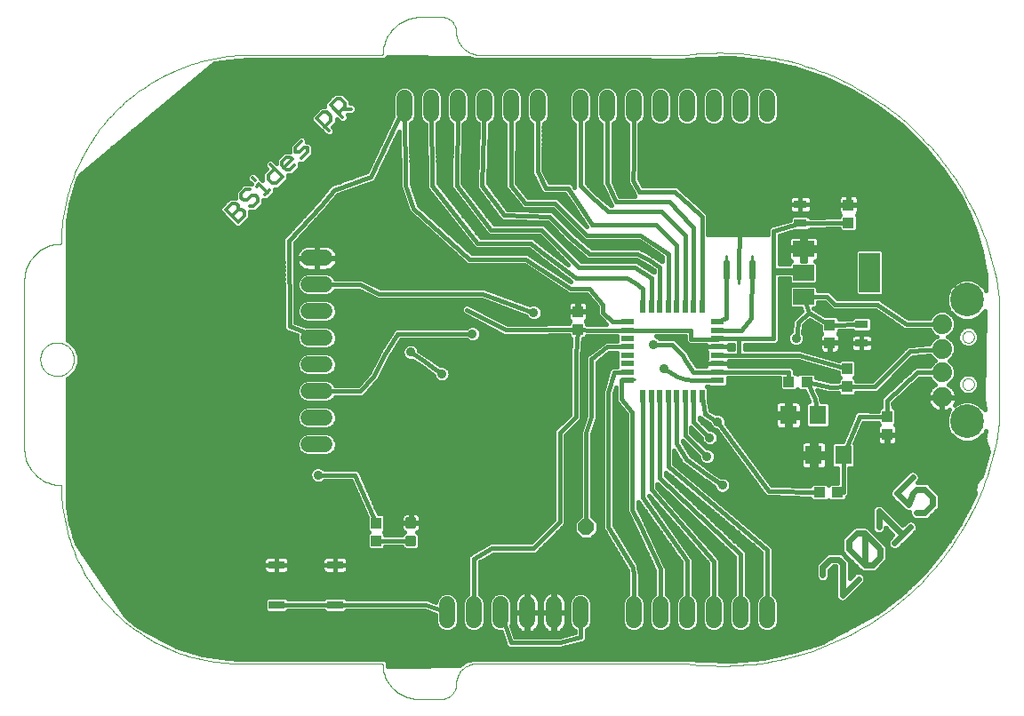
<source format=gtl>
G75*
%MOIN*%
%OFA0B0*%
%FSLAX24Y24*%
%IPPOS*%
%LPD*%
%AMOC8*
5,1,8,0,0,1.08239X$1,22.5*
%
%ADD10C,0.0000*%
%ADD11C,0.0130*%
%ADD12C,0.0240*%
%ADD13R,0.0500X0.0220*%
%ADD14R,0.0220X0.0500*%
%ADD15R,0.0433X0.0394*%
%ADD16R,0.0394X0.0433*%
%ADD17R,0.0630X0.0709*%
%ADD18C,0.0740*%
%ADD19C,0.1266*%
%ADD20R,0.0790X0.0590*%
%ADD21R,0.0790X0.1500*%
%ADD22C,0.0600*%
%ADD23C,0.0118*%
%ADD24R,0.0472X0.0315*%
%ADD25C,0.0177*%
%ADD26C,0.0100*%
%ADD27R,0.0600X0.0300*%
%ADD28OC8,0.0600*%
%ADD29C,0.0160*%
%ADD30C,0.0360*%
D10*
X008171Y001429D02*
X013535Y001429D01*
X013537Y001357D01*
X013543Y001285D01*
X013553Y001214D01*
X013566Y001143D01*
X013583Y001073D01*
X013605Y001005D01*
X013629Y000937D01*
X013658Y000871D01*
X013690Y000806D01*
X013725Y000744D01*
X013764Y000683D01*
X013806Y000625D01*
X013851Y000569D01*
X013899Y000515D01*
X013950Y000464D01*
X014004Y000416D01*
X014060Y000371D01*
X014118Y000329D01*
X014179Y000290D01*
X014241Y000255D01*
X014306Y000223D01*
X014372Y000194D01*
X014440Y000170D01*
X014508Y000148D01*
X014578Y000131D01*
X014649Y000118D01*
X014720Y000108D01*
X014792Y000102D01*
X014864Y000100D01*
X015734Y000100D01*
X015780Y000102D01*
X015826Y000108D01*
X015871Y000117D01*
X015915Y000130D01*
X015958Y000147D01*
X015999Y000167D01*
X016039Y000191D01*
X016076Y000217D01*
X016111Y000247D01*
X016144Y000280D01*
X016174Y000315D01*
X016200Y000352D01*
X016224Y000392D01*
X016244Y000433D01*
X016261Y000476D01*
X016274Y000520D01*
X016283Y000565D01*
X016289Y000611D01*
X016291Y000657D01*
X016293Y000710D01*
X016298Y000762D01*
X016307Y000814D01*
X016320Y000865D01*
X016336Y000916D01*
X016355Y000965D01*
X016378Y001012D01*
X016403Y001058D01*
X016432Y001102D01*
X016464Y001144D01*
X016499Y001184D01*
X016536Y001221D01*
X016576Y001256D01*
X016618Y001288D01*
X016662Y001317D01*
X016708Y001342D01*
X016755Y001365D01*
X016804Y001384D01*
X016855Y001400D01*
X016906Y001413D01*
X016958Y001422D01*
X017010Y001427D01*
X017063Y001429D01*
X024903Y001429D01*
X036665Y010484D02*
X036665Y015110D01*
X035275Y013683D02*
X035277Y013712D01*
X035283Y013740D01*
X035292Y013768D01*
X035305Y013794D01*
X035322Y013817D01*
X035341Y013839D01*
X035363Y013858D01*
X035388Y013873D01*
X035414Y013886D01*
X035442Y013894D01*
X035470Y013899D01*
X035499Y013900D01*
X035528Y013897D01*
X035556Y013890D01*
X035583Y013880D01*
X035609Y013866D01*
X035632Y013849D01*
X035653Y013829D01*
X035671Y013806D01*
X035686Y013781D01*
X035697Y013754D01*
X035705Y013726D01*
X035709Y013697D01*
X035709Y013669D01*
X035705Y013640D01*
X035697Y013612D01*
X035686Y013585D01*
X035671Y013560D01*
X035653Y013537D01*
X035632Y013517D01*
X035609Y013500D01*
X035583Y013486D01*
X035556Y013476D01*
X035528Y013469D01*
X035499Y013466D01*
X035470Y013467D01*
X035442Y013472D01*
X035414Y013480D01*
X035388Y013493D01*
X035363Y013508D01*
X035341Y013527D01*
X035322Y013549D01*
X035305Y013572D01*
X035292Y013598D01*
X035283Y013626D01*
X035277Y013654D01*
X035275Y013683D01*
X035275Y011911D02*
X035277Y011940D01*
X035283Y011968D01*
X035292Y011996D01*
X035305Y012022D01*
X035322Y012045D01*
X035341Y012067D01*
X035363Y012086D01*
X035388Y012101D01*
X035414Y012114D01*
X035442Y012122D01*
X035470Y012127D01*
X035499Y012128D01*
X035528Y012125D01*
X035556Y012118D01*
X035583Y012108D01*
X035609Y012094D01*
X035632Y012077D01*
X035653Y012057D01*
X035671Y012034D01*
X035686Y012009D01*
X035697Y011982D01*
X035705Y011954D01*
X035709Y011925D01*
X035709Y011897D01*
X035705Y011868D01*
X035697Y011840D01*
X035686Y011813D01*
X035671Y011788D01*
X035653Y011765D01*
X035632Y011745D01*
X035609Y011728D01*
X035583Y011714D01*
X035556Y011704D01*
X035528Y011697D01*
X035499Y011694D01*
X035470Y011695D01*
X035442Y011700D01*
X035414Y011708D01*
X035388Y011721D01*
X035363Y011736D01*
X035341Y011755D01*
X035322Y011777D01*
X035305Y011800D01*
X035292Y011826D01*
X035283Y011854D01*
X035277Y011882D01*
X035275Y011911D01*
X036664Y010484D02*
X036629Y010233D01*
X036587Y009982D01*
X036539Y009733D01*
X036485Y009485D01*
X036425Y009239D01*
X036360Y008994D01*
X036288Y008751D01*
X036210Y008509D01*
X036127Y008270D01*
X036038Y008032D01*
X035943Y007797D01*
X035843Y007564D01*
X035737Y007334D01*
X035625Y007106D01*
X035508Y006881D01*
X035386Y006659D01*
X035258Y006440D01*
X035125Y006224D01*
X034987Y006011D01*
X034843Y005802D01*
X034695Y005596D01*
X034542Y005394D01*
X034384Y005196D01*
X034221Y005001D01*
X034053Y004811D01*
X033881Y004624D01*
X033705Y004442D01*
X033524Y004264D01*
X033339Y004091D01*
X033149Y003922D01*
X032956Y003758D01*
X032759Y003598D01*
X032558Y003443D01*
X032353Y003294D01*
X032145Y003149D01*
X031933Y003009D01*
X031718Y002874D01*
X031500Y002745D01*
X031279Y002621D01*
X031055Y002502D01*
X030828Y002389D01*
X030598Y002281D01*
X030366Y002179D01*
X030132Y002083D01*
X029895Y001992D01*
X029656Y001907D01*
X029415Y001828D01*
X029172Y001754D01*
X028928Y001687D01*
X028681Y001625D01*
X028434Y001569D01*
X028185Y001520D01*
X027935Y001476D01*
X027685Y001439D01*
X027433Y001407D01*
X027181Y001382D01*
X026928Y001363D01*
X026674Y001349D01*
X026421Y001342D01*
X026167Y001341D01*
X025914Y001347D01*
X025660Y001358D01*
X025407Y001375D01*
X025155Y001399D01*
X024903Y001429D01*
X008171Y001429D02*
X008009Y001431D01*
X007848Y001437D01*
X007686Y001447D01*
X007525Y001460D01*
X007364Y001478D01*
X007204Y001499D01*
X007044Y001525D01*
X006885Y001554D01*
X006727Y001587D01*
X006569Y001623D01*
X006413Y001664D01*
X006257Y001708D01*
X006103Y001757D01*
X005950Y001808D01*
X005798Y001864D01*
X005647Y001923D01*
X005498Y001986D01*
X005351Y002052D01*
X005205Y002122D01*
X005061Y002196D01*
X004918Y002273D01*
X004778Y002353D01*
X004640Y002437D01*
X004503Y002524D01*
X004369Y002614D01*
X004237Y002707D01*
X004107Y002804D01*
X003980Y002904D01*
X003855Y003006D01*
X003733Y003112D01*
X003613Y003221D01*
X003496Y003332D01*
X003381Y003447D01*
X003270Y003564D01*
X003161Y003684D01*
X003055Y003806D01*
X002953Y003931D01*
X002853Y004058D01*
X002756Y004188D01*
X002663Y004320D01*
X002573Y004454D01*
X002486Y004591D01*
X002402Y004729D01*
X002322Y004869D01*
X002245Y005012D01*
X002171Y005156D01*
X002101Y005302D01*
X002035Y005449D01*
X001972Y005598D01*
X001913Y005749D01*
X001857Y005901D01*
X001806Y006054D01*
X001757Y006208D01*
X001713Y006364D01*
X001672Y006520D01*
X001636Y006678D01*
X001603Y006836D01*
X001574Y006995D01*
X001548Y007155D01*
X001527Y007315D01*
X001509Y007476D01*
X001496Y007637D01*
X001486Y007799D01*
X001480Y007960D01*
X001478Y008122D01*
X001406Y008124D01*
X001334Y008130D01*
X001262Y008139D01*
X001191Y008152D01*
X001121Y008169D01*
X001052Y008189D01*
X000984Y008214D01*
X000918Y008241D01*
X000852Y008272D01*
X000789Y008307D01*
X000727Y008344D01*
X000668Y008385D01*
X000611Y008429D01*
X000556Y008476D01*
X000504Y008526D01*
X000454Y008578D01*
X000407Y008633D01*
X000363Y008690D01*
X000322Y008749D01*
X000285Y008811D01*
X000250Y008874D01*
X000219Y008940D01*
X000192Y009006D01*
X000167Y009074D01*
X000147Y009143D01*
X000130Y009213D01*
X000117Y009284D01*
X000108Y009356D01*
X000102Y009428D01*
X000100Y009500D01*
X000100Y015799D01*
X000102Y015871D01*
X000108Y015943D01*
X000117Y016015D01*
X000130Y016086D01*
X000147Y016156D01*
X000167Y016225D01*
X000192Y016293D01*
X000219Y016359D01*
X000250Y016425D01*
X000285Y016488D01*
X000322Y016550D01*
X000363Y016609D01*
X000407Y016666D01*
X000454Y016721D01*
X000504Y016773D01*
X000556Y016823D01*
X000611Y016870D01*
X000668Y016914D01*
X000727Y016955D01*
X000789Y016992D01*
X000852Y017027D01*
X000918Y017058D01*
X000984Y017085D01*
X001052Y017110D01*
X001121Y017130D01*
X001191Y017147D01*
X001262Y017160D01*
X001334Y017169D01*
X001406Y017175D01*
X001478Y017177D01*
X000698Y012846D02*
X000700Y012896D01*
X000706Y012946D01*
X000716Y012995D01*
X000730Y013043D01*
X000747Y013090D01*
X000768Y013135D01*
X000793Y013179D01*
X000821Y013220D01*
X000853Y013259D01*
X000887Y013296D01*
X000924Y013330D01*
X000964Y013360D01*
X001006Y013387D01*
X001050Y013411D01*
X001096Y013432D01*
X001143Y013448D01*
X001191Y013461D01*
X001241Y013470D01*
X001290Y013475D01*
X001341Y013476D01*
X001391Y013473D01*
X001440Y013466D01*
X001489Y013455D01*
X001537Y013440D01*
X001583Y013422D01*
X001628Y013400D01*
X001671Y013374D01*
X001712Y013345D01*
X001751Y013313D01*
X001787Y013278D01*
X001819Y013240D01*
X001849Y013200D01*
X001876Y013157D01*
X001899Y013113D01*
X001918Y013067D01*
X001934Y013019D01*
X001946Y012970D01*
X001954Y012921D01*
X001958Y012871D01*
X001958Y012821D01*
X001954Y012771D01*
X001946Y012722D01*
X001934Y012673D01*
X001918Y012625D01*
X001899Y012579D01*
X001876Y012535D01*
X001849Y012492D01*
X001819Y012452D01*
X001787Y012414D01*
X001751Y012379D01*
X001712Y012347D01*
X001671Y012318D01*
X001628Y012292D01*
X001583Y012270D01*
X001537Y012252D01*
X001489Y012237D01*
X001440Y012226D01*
X001391Y012219D01*
X001341Y012216D01*
X001290Y012217D01*
X001241Y012222D01*
X001191Y012231D01*
X001143Y012244D01*
X001096Y012260D01*
X001050Y012281D01*
X001006Y012305D01*
X000964Y012332D01*
X000924Y012362D01*
X000887Y012396D01*
X000853Y012433D01*
X000821Y012472D01*
X000793Y012513D01*
X000768Y012557D01*
X000747Y012602D01*
X000730Y012649D01*
X000716Y012697D01*
X000706Y012746D01*
X000700Y012796D01*
X000698Y012846D01*
X001478Y017177D02*
X001480Y017348D01*
X001486Y017519D01*
X001497Y017690D01*
X001511Y017861D01*
X001530Y018031D01*
X001552Y018201D01*
X001579Y018370D01*
X001610Y018539D01*
X001645Y018706D01*
X001684Y018873D01*
X001727Y019039D01*
X001774Y019203D01*
X001825Y019367D01*
X001880Y019529D01*
X001939Y019690D01*
X002001Y019849D01*
X002068Y020007D01*
X002138Y020163D01*
X002212Y020318D01*
X002290Y020470D01*
X002371Y020621D01*
X002456Y020770D01*
X002545Y020916D01*
X002637Y021061D01*
X002733Y021203D01*
X002831Y021343D01*
X002934Y021480D01*
X003039Y021615D01*
X003148Y021747D01*
X003260Y021877D01*
X003375Y022003D01*
X003494Y022127D01*
X003615Y022248D01*
X003739Y022367D01*
X003865Y022482D01*
X003995Y022594D01*
X004127Y022703D01*
X004262Y022808D01*
X004399Y022911D01*
X004539Y023009D01*
X004681Y023105D01*
X004826Y023197D01*
X004972Y023286D01*
X005121Y023371D01*
X005272Y023452D01*
X005424Y023530D01*
X005579Y023604D01*
X005735Y023674D01*
X005893Y023741D01*
X006052Y023803D01*
X006213Y023862D01*
X006375Y023917D01*
X006539Y023968D01*
X006703Y024015D01*
X006869Y024058D01*
X007036Y024097D01*
X007203Y024132D01*
X007372Y024163D01*
X007541Y024190D01*
X007711Y024212D01*
X007881Y024231D01*
X008052Y024245D01*
X008223Y024256D01*
X008394Y024262D01*
X008565Y024264D01*
X008565Y024263D02*
X013535Y024263D01*
X013537Y024338D01*
X013543Y024412D01*
X013553Y024486D01*
X013566Y024560D01*
X013584Y024632D01*
X013605Y024704D01*
X013630Y024774D01*
X013658Y024843D01*
X013691Y024911D01*
X013726Y024977D01*
X013765Y025040D01*
X013808Y025102D01*
X013853Y025161D01*
X013902Y025218D01*
X013953Y025272D01*
X014007Y025323D01*
X014064Y025372D01*
X014123Y025417D01*
X014185Y025460D01*
X014249Y025499D01*
X014314Y025534D01*
X014382Y025567D01*
X014451Y025595D01*
X014521Y025620D01*
X014593Y025641D01*
X014665Y025659D01*
X014739Y025672D01*
X014813Y025682D01*
X014887Y025688D01*
X014962Y025690D01*
X014962Y025691D02*
X015734Y025691D01*
X015780Y025689D01*
X015826Y025683D01*
X015871Y025674D01*
X015915Y025661D01*
X015958Y025644D01*
X015999Y025624D01*
X016039Y025600D01*
X016076Y025574D01*
X016111Y025544D01*
X016144Y025511D01*
X016174Y025476D01*
X016200Y025439D01*
X016224Y025399D01*
X016244Y025358D01*
X016261Y025315D01*
X016274Y025271D01*
X016283Y025226D01*
X016289Y025180D01*
X016291Y025134D01*
X016293Y025077D01*
X016298Y025020D01*
X016308Y024964D01*
X016321Y024909D01*
X016337Y024854D01*
X016357Y024801D01*
X016381Y024749D01*
X016408Y024699D01*
X016438Y024651D01*
X016471Y024604D01*
X016507Y024560D01*
X016546Y024519D01*
X016587Y024480D01*
X016631Y024444D01*
X016678Y024411D01*
X016726Y024381D01*
X016776Y024354D01*
X016828Y024330D01*
X016881Y024310D01*
X016936Y024294D01*
X016991Y024281D01*
X017047Y024271D01*
X017104Y024266D01*
X017161Y024264D01*
X017161Y024263D02*
X024903Y024263D01*
X024903Y024264D02*
X025156Y024292D01*
X025410Y024315D01*
X025664Y024331D01*
X025918Y024341D01*
X026173Y024345D01*
X026428Y024343D01*
X026682Y024334D01*
X026936Y024320D01*
X027190Y024299D01*
X027443Y024272D01*
X027696Y024239D01*
X027948Y024200D01*
X028198Y024155D01*
X028448Y024104D01*
X028696Y024047D01*
X028943Y023984D01*
X029188Y023915D01*
X029431Y023840D01*
X029673Y023759D01*
X029912Y023672D01*
X030150Y023580D01*
X030385Y023482D01*
X030617Y023378D01*
X030847Y023269D01*
X031075Y023154D01*
X031299Y023033D01*
X031520Y022908D01*
X031739Y022776D01*
X031954Y022640D01*
X032166Y022499D01*
X032374Y022352D01*
X032579Y022201D01*
X032780Y022044D01*
X032977Y021883D01*
X033170Y021717D01*
X033359Y021547D01*
X033544Y021371D01*
X033725Y021192D01*
X033901Y021008D01*
X034073Y020820D01*
X034240Y020628D01*
X034403Y020432D01*
X034560Y020232D01*
X034713Y020028D01*
X034861Y019821D01*
X035004Y019610D01*
X035142Y019396D01*
X035274Y019178D01*
X035401Y018958D01*
X035523Y018734D01*
X035639Y018507D01*
X035750Y018278D01*
X035855Y018046D01*
X035955Y017812D01*
X036049Y017575D01*
X036137Y017336D01*
X036220Y017095D01*
X036296Y016852D01*
X036367Y016608D01*
X036432Y016361D01*
X036490Y016113D01*
X036543Y015864D01*
X036590Y015614D01*
X036630Y015362D01*
X036665Y015110D01*
D11*
X012345Y022243D02*
X012035Y022243D01*
X012113Y022321D02*
X011880Y022088D01*
X012035Y021933D02*
X011570Y022398D01*
X011803Y022631D01*
X011958Y022631D01*
X012113Y022476D01*
X012113Y022321D01*
X011600Y021963D02*
X011600Y021808D01*
X011368Y021575D01*
X011523Y021420D02*
X011057Y021886D01*
X011290Y022118D01*
X011445Y022118D01*
X011600Y021963D01*
X010497Y021015D02*
X010265Y020783D01*
X010265Y020628D01*
X010420Y020628D01*
X010575Y020783D01*
X010730Y020783D01*
X010730Y020628D01*
X010497Y020395D01*
X010140Y020348D02*
X009830Y020037D01*
X009907Y019960D02*
X009752Y020115D01*
X009752Y020270D01*
X009907Y020425D01*
X010062Y020425D01*
X010140Y020348D01*
X010217Y020115D02*
X010062Y019960D01*
X009907Y019960D01*
X009782Y019680D02*
X009550Y019447D01*
X009394Y019447D01*
X009239Y019602D01*
X009239Y019757D01*
X009472Y019990D01*
X009317Y020145D02*
X009782Y019680D01*
X009285Y019183D02*
X009130Y019028D01*
X009208Y019105D02*
X008898Y019416D01*
X008820Y019338D01*
X008742Y019571D02*
X008665Y019648D01*
X008540Y019213D02*
X008385Y019213D01*
X008230Y019058D01*
X008230Y018903D01*
X008307Y018825D01*
X008462Y018825D01*
X008618Y018980D01*
X008773Y018980D01*
X008850Y018903D01*
X008850Y018748D01*
X008695Y018593D01*
X008540Y018593D01*
X008337Y018390D02*
X008337Y018235D01*
X008105Y018003D01*
X007640Y018468D01*
X007872Y018700D01*
X008027Y018700D01*
X008105Y018623D01*
X008105Y018468D01*
X007872Y018235D01*
X008105Y018468D02*
X008260Y018468D01*
X008337Y018390D01*
D12*
X026429Y016482D02*
X026429Y015922D01*
X027374Y015922D02*
X027374Y016482D01*
X033410Y008419D02*
X032816Y007825D01*
X033262Y007379D01*
X033410Y007825D01*
X033559Y007974D01*
X033856Y007974D01*
X034153Y007676D01*
X034153Y007379D01*
X033856Y007082D01*
X033559Y007082D01*
X033325Y006551D02*
X032731Y005957D01*
X033028Y006254D02*
X032137Y007146D01*
X032137Y006551D01*
X031606Y006317D02*
X031606Y005129D01*
X031903Y005129D01*
X032200Y005426D01*
X032200Y005723D01*
X031606Y006317D01*
X031308Y006317D01*
X031011Y006020D01*
X031011Y005723D01*
X031606Y005129D01*
X031372Y004598D02*
X030778Y004003D01*
X030778Y005192D01*
X030629Y005341D01*
X030332Y005341D01*
X030035Y005044D01*
X030035Y004746D01*
D13*
X026092Y012050D03*
X026092Y012365D03*
X026092Y012680D03*
X026092Y012995D03*
X026092Y013310D03*
X026092Y013625D03*
X026092Y013940D03*
X026092Y014255D03*
X022712Y014255D03*
X022712Y013940D03*
X022712Y013625D03*
X022712Y013310D03*
X022712Y012995D03*
X022712Y012680D03*
X022712Y012365D03*
X022712Y012050D03*
D14*
X023299Y011462D03*
X023614Y011462D03*
X023929Y011462D03*
X024244Y011462D03*
X024559Y011462D03*
X024874Y011462D03*
X025189Y011462D03*
X025504Y011462D03*
X025504Y014842D03*
X025189Y014842D03*
X024874Y014842D03*
X024559Y014842D03*
X024244Y014842D03*
X023929Y014842D03*
X023614Y014842D03*
X023299Y014842D03*
D15*
X028767Y012002D03*
X029436Y012002D03*
X029917Y007852D03*
X030586Y007852D03*
D16*
X032452Y010018D03*
X032452Y010687D03*
X030952Y011818D03*
X030952Y012487D03*
X030302Y013468D03*
X030302Y014137D03*
X031002Y017968D03*
X031002Y018637D03*
X020852Y014637D03*
X020852Y013968D03*
X013292Y006704D03*
X013292Y006034D03*
D17*
X028750Y010752D03*
X029853Y010752D03*
X029700Y009252D03*
X030803Y009252D03*
D18*
X034507Y011419D03*
X034507Y012353D03*
X034507Y013241D03*
X034507Y014175D03*
D19*
X035452Y015080D03*
X035452Y010513D03*
D20*
X029312Y015192D03*
X029312Y016092D03*
X029312Y016992D03*
D21*
X031792Y016102D03*
D22*
X027952Y022054D02*
X027952Y022654D01*
X026952Y022654D02*
X026952Y022054D01*
X025952Y022054D02*
X025952Y022654D01*
X024952Y022654D02*
X024952Y022054D01*
X023952Y022054D02*
X023952Y022654D01*
X022952Y022654D02*
X022952Y022054D01*
X021952Y022054D02*
X021952Y022654D01*
X020952Y022654D02*
X020952Y022054D01*
X019352Y022054D02*
X019352Y022654D01*
X018352Y022654D02*
X018352Y022054D01*
X017352Y022054D02*
X017352Y022654D01*
X016352Y022654D02*
X016352Y022054D01*
X015352Y022054D02*
X015352Y022654D01*
X014352Y022654D02*
X014352Y022054D01*
X011364Y016652D02*
X010764Y016652D01*
X010764Y015652D02*
X011364Y015652D01*
X011364Y014652D02*
X010764Y014652D01*
X010764Y013652D02*
X011364Y013652D01*
X011364Y012652D02*
X010764Y012652D01*
X010764Y011652D02*
X011364Y011652D01*
X011364Y010652D02*
X010764Y010652D01*
X010764Y009652D02*
X011364Y009652D01*
X015952Y003654D02*
X015952Y003054D01*
X016952Y003054D02*
X016952Y003654D01*
X017952Y003654D02*
X017952Y003054D01*
X018952Y003054D02*
X018952Y003654D01*
X019952Y003654D02*
X019952Y003054D01*
X020952Y003054D02*
X020952Y003654D01*
X022952Y003654D02*
X022952Y003054D01*
X023952Y003054D02*
X023952Y003654D01*
X024952Y003654D02*
X024952Y003054D01*
X025952Y003054D02*
X025952Y003654D01*
X026952Y003654D02*
X026952Y003054D01*
X027952Y003054D02*
X027952Y003654D01*
D23*
X014727Y005886D02*
X014451Y005886D01*
X014451Y006162D01*
X014727Y006162D01*
X014727Y005886D01*
X014727Y006003D02*
X014451Y006003D01*
X014451Y006120D02*
X014727Y006120D01*
X014727Y006576D02*
X014451Y006576D01*
X014451Y006852D01*
X014727Y006852D01*
X014727Y006576D01*
X014727Y006693D02*
X014451Y006693D01*
X014451Y006810D02*
X014727Y006810D01*
D24*
X031502Y013448D03*
X031502Y014157D03*
X029202Y017948D03*
X029202Y018657D03*
D25*
X026902Y016514D02*
X026902Y016514D01*
X026902Y015890D01*
X026902Y015890D01*
X026902Y016514D01*
X026902Y016066D02*
X026902Y016066D01*
X026902Y016242D02*
X026902Y016242D01*
X026902Y016418D02*
X026902Y016418D01*
D26*
X026902Y016202D02*
X026902Y016727D01*
X027374Y016727D02*
X027374Y016202D01*
X027374Y015677D01*
X026902Y015677D02*
X026902Y016202D01*
X026429Y016202D02*
X026429Y016727D01*
X026429Y016202D02*
X026429Y015677D01*
X023002Y012102D02*
X022712Y012050D01*
D27*
X011746Y005133D03*
X011746Y003633D03*
X009546Y003633D03*
X009546Y005133D03*
D28*
X021163Y006547D03*
D29*
X004641Y002668D02*
X004268Y002908D01*
X003899Y003227D01*
X002042Y005935D01*
X001807Y006737D01*
X001724Y007313D01*
X001724Y012134D01*
X001786Y012159D01*
X002014Y012387D01*
X002137Y012685D01*
X002137Y013007D01*
X002014Y013305D01*
X001786Y013533D01*
X001724Y013558D01*
X001724Y018007D01*
X001816Y018645D01*
X002093Y019590D01*
X002171Y019761D01*
X007232Y023945D01*
X008072Y024066D01*
X008565Y024083D01*
X013610Y024083D01*
X013715Y024189D01*
X013715Y024206D01*
X016747Y024164D01*
X016995Y024083D01*
X022535Y024083D01*
X024711Y024053D01*
X024851Y024076D01*
X024851Y024076D01*
X024914Y024083D01*
X024978Y024083D01*
X024985Y024090D01*
X025504Y024140D01*
X026665Y024154D01*
X027821Y024038D01*
X028957Y023793D01*
X030058Y023422D01*
X031110Y022931D01*
X032101Y022324D01*
X033018Y021611D01*
X033849Y020799D01*
X034584Y019900D01*
X035213Y018924D01*
X035489Y018367D01*
X035749Y017679D01*
X035972Y016889D01*
X036126Y016083D01*
X036156Y016058D01*
X036140Y015440D01*
X036108Y015518D01*
X035890Y015736D01*
X035606Y015853D01*
X035299Y015853D01*
X035014Y015736D01*
X034797Y015518D01*
X034679Y015234D01*
X034679Y014927D01*
X034797Y014642D01*
X035014Y014425D01*
X035299Y014307D01*
X035606Y014307D01*
X035890Y014425D01*
X036108Y014642D01*
X036121Y014674D01*
X036037Y011364D01*
X036103Y010956D01*
X035890Y011169D01*
X035606Y011286D01*
X035299Y011286D01*
X035014Y011169D01*
X034979Y011134D01*
X035017Y011208D01*
X035044Y011290D01*
X035057Y011376D01*
X035057Y011409D01*
X034517Y011409D01*
X034517Y010869D01*
X034551Y010869D01*
X034636Y010882D01*
X034719Y010909D01*
X034796Y010948D01*
X034796Y010949D01*
X034679Y010667D01*
X034679Y010360D01*
X034797Y010075D01*
X035014Y009858D01*
X035299Y009740D01*
X035606Y009740D01*
X035890Y009858D01*
X036108Y010075D01*
X036138Y010148D01*
X036097Y009871D01*
X036244Y009401D01*
X035992Y008467D01*
X035991Y008466D01*
X035912Y008403D01*
X035846Y008328D01*
X035793Y008241D01*
X035756Y008148D01*
X035736Y008049D01*
X035733Y007948D01*
X035748Y007848D01*
X035755Y007827D01*
X035718Y007727D01*
X035199Y006693D01*
X034567Y005725D01*
X033830Y004833D01*
X032998Y004029D01*
X032119Y003352D01*
X030192Y002310D01*
X030041Y002240D01*
X028942Y001877D01*
X027810Y001639D01*
X026659Y001529D01*
X025502Y001549D01*
X024985Y001601D01*
X024978Y001609D01*
X024915Y001609D01*
X024852Y001617D01*
X024842Y001609D01*
X016912Y001609D01*
X016625Y001516D01*
X016625Y001516D01*
X016404Y001355D01*
X014204Y001319D01*
X014129Y001319D01*
X013722Y001322D01*
X013715Y001429D01*
X013715Y001503D01*
X013610Y001609D01*
X008171Y001609D01*
X007706Y001625D01*
X006786Y001758D01*
X005901Y002017D01*
X004641Y002668D01*
X004579Y002708D02*
X015676Y002708D01*
X015702Y002681D02*
X015864Y002614D01*
X016039Y002614D01*
X016201Y002681D01*
X016325Y002805D01*
X016392Y002966D01*
X016392Y003741D01*
X016325Y003903D01*
X016201Y004027D01*
X016039Y004094D01*
X015864Y004094D01*
X015702Y004027D01*
X015579Y003903D01*
X015512Y003743D01*
X015285Y003823D01*
X015255Y003853D01*
X015202Y003853D01*
X015152Y003870D01*
X015114Y003853D01*
X012174Y003853D01*
X012104Y003923D01*
X011388Y003923D01*
X011318Y003853D01*
X009974Y003853D01*
X009904Y003923D01*
X009188Y003923D01*
X009106Y003841D01*
X009106Y003425D01*
X009188Y003343D01*
X009904Y003343D01*
X009974Y003413D01*
X011318Y003413D01*
X011388Y003343D01*
X012104Y003343D01*
X012174Y003413D01*
X015126Y003413D01*
X015512Y003276D01*
X015512Y002966D01*
X015579Y002805D01*
X015702Y002681D01*
X015553Y002866D02*
X004333Y002866D01*
X004133Y003025D02*
X015512Y003025D01*
X015512Y003183D02*
X003950Y003183D01*
X003821Y003342D02*
X015327Y003342D01*
X015164Y003633D02*
X015952Y003354D01*
X016392Y003342D02*
X016512Y003342D01*
X016512Y003500D02*
X016392Y003500D01*
X016392Y003659D02*
X016512Y003659D01*
X016512Y003741D02*
X016512Y002966D01*
X016579Y002805D01*
X016702Y002681D01*
X016864Y002614D01*
X017039Y002614D01*
X017201Y002681D01*
X017325Y002805D01*
X017392Y002966D01*
X017392Y003741D01*
X017325Y003903D01*
X017201Y004027D01*
X017172Y004039D01*
X017172Y005240D01*
X017680Y005539D01*
X019286Y005539D01*
X019414Y005668D01*
X020270Y006524D01*
X020399Y006653D01*
X020399Y009999D01*
X020860Y010461D01*
X020989Y010590D01*
X020989Y012974D01*
X021043Y013611D01*
X021106Y013611D01*
X021188Y013693D01*
X021188Y013732D01*
X021356Y013724D01*
X021360Y013720D01*
X021446Y013720D01*
X021532Y013716D01*
X021537Y013720D01*
X022322Y013720D01*
X022322Y013530D01*
X021964Y013530D01*
X021886Y013539D01*
X021874Y013530D01*
X021859Y013530D01*
X021804Y013475D01*
X021284Y013066D01*
X021269Y013066D01*
X021214Y013011D01*
X021152Y012963D01*
X021150Y012948D01*
X021140Y012937D01*
X021140Y012859D01*
X021131Y012782D01*
X021140Y012770D01*
X021140Y010716D01*
X020971Y010209D01*
X020943Y010181D01*
X020943Y010126D01*
X020925Y010073D01*
X020943Y010038D01*
X020943Y006949D01*
X020723Y006729D01*
X020723Y006365D01*
X020981Y006107D01*
X021345Y006107D01*
X021603Y006365D01*
X021603Y006729D01*
X021383Y006949D01*
X021383Y010054D01*
X021552Y010562D01*
X021580Y010590D01*
X021580Y010645D01*
X021597Y010698D01*
X021580Y010733D01*
X021580Y012739D01*
X022026Y013090D01*
X022322Y013090D01*
X022322Y012575D01*
X022239Y012573D01*
X022183Y012589D01*
X022151Y012571D01*
X022115Y012570D01*
X022075Y012528D01*
X022024Y012499D01*
X022014Y012464D01*
X021989Y012438D01*
X021991Y012380D01*
X021805Y011717D01*
X021782Y011693D01*
X021782Y011633D01*
X021765Y011574D01*
X021782Y011545D01*
X021782Y006592D01*
X021766Y006531D01*
X021782Y006504D01*
X021782Y006474D01*
X021827Y006429D01*
X022698Y004965D01*
X022732Y004754D01*
X022732Y004039D01*
X022702Y004027D01*
X022579Y003903D01*
X022512Y003741D01*
X022512Y002966D01*
X022579Y002805D01*
X022702Y002681D01*
X022864Y002614D01*
X023039Y002614D01*
X023201Y002681D01*
X023325Y002805D01*
X023392Y002966D01*
X023392Y003741D01*
X023325Y003903D01*
X023201Y004027D01*
X023172Y004039D01*
X023172Y004700D01*
X023183Y004716D01*
X023172Y004789D01*
X023172Y004862D01*
X023158Y004876D01*
X023133Y005031D01*
X023144Y005076D01*
X023119Y005118D01*
X023111Y005166D01*
X023074Y005193D01*
X022222Y006625D01*
X022222Y011572D01*
X022282Y011786D01*
X022282Y011365D01*
X022273Y011286D01*
X022282Y011275D01*
X022282Y011261D01*
X022337Y011205D01*
X022682Y010775D01*
X022682Y007246D01*
X022664Y007196D01*
X022682Y007159D01*
X022682Y007117D01*
X022719Y007080D01*
X022986Y006518D01*
X023732Y004932D01*
X023732Y004039D01*
X023702Y004027D01*
X023579Y003903D01*
X023512Y003741D01*
X023512Y002966D01*
X023579Y002805D01*
X023702Y002681D01*
X023864Y002614D01*
X024039Y002614D01*
X024201Y002681D01*
X024325Y002805D01*
X024392Y002966D01*
X024392Y003741D01*
X024325Y003903D01*
X024201Y004027D01*
X024172Y004039D01*
X024172Y004942D01*
X024189Y004992D01*
X024172Y005030D01*
X024172Y005072D01*
X024134Y005109D01*
X023423Y006623D01*
X023423Y006624D01*
X023384Y006706D01*
X023345Y006788D01*
X023122Y007258D01*
X023122Y007509D01*
X024732Y005226D01*
X024732Y004039D01*
X024702Y004027D01*
X024579Y003903D01*
X024512Y003741D01*
X024512Y002966D01*
X024579Y002805D01*
X024702Y002681D01*
X024864Y002614D01*
X025039Y002614D01*
X025201Y002681D01*
X025325Y002805D01*
X025392Y002966D01*
X025392Y003741D01*
X025325Y003903D01*
X025201Y004027D01*
X025172Y004039D01*
X025172Y005277D01*
X025184Y005348D01*
X025172Y005365D01*
X025172Y005387D01*
X025120Y005438D01*
X023510Y007722D01*
X023510Y007739D01*
X025732Y005180D01*
X025732Y004039D01*
X025702Y004027D01*
X025579Y003903D01*
X025512Y003741D01*
X025512Y002966D01*
X025579Y002805D01*
X025702Y002681D01*
X025864Y002614D01*
X026039Y002614D01*
X026201Y002681D01*
X026325Y002805D01*
X026392Y002966D01*
X026392Y003741D01*
X026325Y003903D01*
X026201Y004027D01*
X026172Y004039D01*
X026172Y005255D01*
X026177Y005338D01*
X026172Y005345D01*
X026172Y005354D01*
X026113Y005413D01*
X023834Y008037D01*
X023834Y008171D01*
X023838Y008167D01*
X023842Y008167D01*
X026732Y005433D01*
X026732Y004039D01*
X026702Y004027D01*
X026579Y003903D01*
X026512Y003741D01*
X026512Y002966D01*
X026579Y002805D01*
X026702Y002681D01*
X026864Y002614D01*
X027039Y002614D01*
X027201Y002681D01*
X027325Y002805D01*
X027392Y002966D01*
X027392Y003741D01*
X027325Y003903D01*
X027201Y004027D01*
X027172Y004039D01*
X027172Y005440D01*
X027174Y005443D01*
X027172Y005531D01*
X027172Y005619D01*
X027169Y005621D01*
X027169Y005625D01*
X027105Y005685D01*
X027043Y005748D01*
X027039Y005748D01*
X024149Y008482D01*
X024149Y008597D01*
X024153Y008593D01*
X024164Y008593D01*
X027732Y005605D01*
X027732Y004039D01*
X027702Y004027D01*
X027579Y003903D01*
X027512Y003741D01*
X027512Y002966D01*
X027579Y002805D01*
X027702Y002681D01*
X027864Y002614D01*
X028039Y002614D01*
X028201Y002681D01*
X028325Y002805D01*
X028392Y002966D01*
X028392Y003741D01*
X028325Y003903D01*
X028201Y004027D01*
X028172Y004039D01*
X028172Y005628D01*
X028179Y005636D01*
X028172Y005717D01*
X028172Y005799D01*
X028164Y005807D01*
X028163Y005818D01*
X028100Y005870D01*
X028043Y005927D01*
X028032Y005927D01*
X024464Y008916D01*
X024464Y009422D01*
X024691Y009032D01*
X024698Y008985D01*
X024735Y008957D01*
X024759Y008916D01*
X024806Y008904D01*
X025491Y008390D01*
X025493Y008383D01*
X025563Y008336D01*
X025631Y008285D01*
X025638Y008286D01*
X025961Y008071D01*
X025961Y008058D01*
X026010Y007940D01*
X026100Y007850D01*
X026217Y007802D01*
X026345Y007802D01*
X026462Y007850D01*
X026552Y007940D01*
X026601Y008058D01*
X026601Y008185D01*
X026552Y008303D01*
X026462Y008393D01*
X026345Y008442D01*
X026217Y008442D01*
X026205Y008437D01*
X025818Y008695D01*
X025071Y009255D01*
X024779Y009756D01*
X024779Y009786D01*
X024783Y009782D01*
X024785Y009782D01*
X025382Y009206D01*
X025382Y009139D01*
X025430Y009021D01*
X025520Y008931D01*
X025638Y008882D01*
X025765Y008882D01*
X025883Y008931D01*
X025973Y009021D01*
X026022Y009139D01*
X026022Y009266D01*
X025973Y009384D01*
X025883Y009474D01*
X025765Y009522D01*
X025687Y009522D01*
X025094Y010096D01*
X025094Y010286D01*
X025098Y010282D01*
X025099Y010282D01*
X025482Y009908D01*
X025482Y009839D01*
X025530Y009721D01*
X025620Y009631D01*
X025738Y009582D01*
X025865Y009582D01*
X025983Y009631D01*
X026073Y009721D01*
X026122Y009839D01*
X026122Y009966D01*
X026073Y010084D01*
X025983Y010174D01*
X025865Y010222D01*
X025789Y010222D01*
X025409Y010595D01*
X025409Y010673D01*
X025409Y010672D01*
X025412Y010661D01*
X025482Y010619D01*
X025547Y010571D01*
X025558Y010573D01*
X025782Y010438D01*
X025830Y010321D01*
X025920Y010231D01*
X026038Y010182D01*
X026064Y010182D01*
X027795Y007833D01*
X027795Y007817D01*
X027848Y007761D01*
X027894Y007699D01*
X027909Y007696D01*
X027920Y007685D01*
X027997Y007683D01*
X028074Y007671D01*
X028087Y007680D01*
X029560Y007642D01*
X029560Y007598D01*
X029642Y007516D01*
X030191Y007516D01*
X030252Y007576D01*
X030312Y007516D01*
X030861Y007516D01*
X030943Y007598D01*
X030943Y007681D01*
X031023Y007761D01*
X031023Y008758D01*
X031176Y008758D01*
X031258Y008840D01*
X031258Y009665D01*
X031227Y009695D01*
X031552Y010470D01*
X032115Y010468D01*
X032115Y010412D01*
X032147Y010380D01*
X032144Y010378D01*
X032111Y010345D01*
X032087Y010304D01*
X032075Y010258D01*
X032075Y010036D01*
X032433Y010036D01*
X032433Y009999D01*
X032470Y009999D01*
X032470Y009621D01*
X032672Y009621D01*
X032718Y009633D01*
X032759Y009657D01*
X032792Y009691D01*
X032816Y009732D01*
X032828Y009777D01*
X032828Y009999D01*
X032470Y009999D01*
X032470Y010036D01*
X032828Y010036D01*
X032828Y010258D01*
X032816Y010304D01*
X032792Y010345D01*
X032759Y010378D01*
X032756Y010380D01*
X032788Y010412D01*
X032788Y010962D01*
X032706Y011044D01*
X032669Y011044D01*
X032668Y011204D01*
X033665Y012141D01*
X034044Y012138D01*
X034075Y012064D01*
X034219Y011921D01*
X034253Y011907D01*
X034219Y011889D01*
X034149Y011838D01*
X034088Y011777D01*
X034037Y011707D01*
X033998Y011630D01*
X033971Y011548D01*
X033957Y011462D01*
X033957Y011429D01*
X034497Y011429D01*
X034497Y011409D01*
X033957Y011409D01*
X033957Y011376D01*
X033971Y011290D01*
X033998Y011208D01*
X034037Y011131D01*
X034088Y011061D01*
X034149Y010999D01*
X034219Y010948D01*
X034296Y010909D01*
X034379Y010882D01*
X034464Y010869D01*
X034497Y010869D01*
X034497Y011409D01*
X034517Y011409D01*
X034517Y011429D01*
X035057Y011429D01*
X035057Y011462D01*
X035044Y011548D01*
X035017Y011630D01*
X034978Y011707D01*
X034927Y011777D01*
X034866Y011838D01*
X034796Y011889D01*
X034762Y011907D01*
X034796Y011921D01*
X034940Y012064D01*
X035017Y012252D01*
X035017Y012455D01*
X034940Y012642D01*
X034796Y012786D01*
X034769Y012797D01*
X034796Y012808D01*
X034940Y012952D01*
X035017Y013139D01*
X035017Y013342D01*
X034940Y013529D01*
X034796Y013673D01*
X034712Y013708D01*
X034796Y013742D01*
X034940Y013886D01*
X035017Y014073D01*
X035017Y014276D01*
X034940Y014464D01*
X034796Y014607D01*
X034609Y014685D01*
X034406Y014685D01*
X034219Y014607D01*
X034075Y014464D01*
X034045Y014392D01*
X033242Y014386D01*
X033023Y014537D01*
X032948Y014588D01*
X032873Y014640D01*
X032873Y014640D01*
X032243Y015072D01*
X032193Y015122D01*
X032170Y015122D01*
X032151Y015135D01*
X032081Y015122D01*
X030593Y015122D01*
X030421Y015295D01*
X030421Y015296D01*
X030356Y015359D01*
X030293Y015422D01*
X030291Y015422D01*
X030290Y015423D01*
X030200Y015422D01*
X030110Y015422D01*
X030109Y015421D01*
X029847Y015418D01*
X029847Y015545D01*
X029765Y015627D01*
X028859Y015627D01*
X028777Y015545D01*
X028777Y014839D01*
X028859Y014757D01*
X029228Y014757D01*
X029260Y014663D01*
X028978Y014392D01*
X028915Y014345D01*
X028913Y014330D01*
X028902Y014320D01*
X028901Y014242D01*
X028853Y013902D01*
X028766Y013815D01*
X028717Y013697D01*
X028717Y013570D01*
X028766Y013452D01*
X028856Y013362D01*
X028973Y013313D01*
X029101Y013313D01*
X029218Y013362D01*
X029308Y013452D01*
X029357Y013570D01*
X029357Y013697D01*
X029308Y013815D01*
X029288Y013835D01*
X029328Y014118D01*
X029546Y014328D01*
X029965Y014080D01*
X029965Y013862D01*
X029997Y013830D01*
X029994Y013828D01*
X029961Y013795D01*
X029937Y013754D01*
X029925Y013708D01*
X029925Y013486D01*
X030283Y013486D01*
X030283Y013449D01*
X030320Y013449D01*
X030320Y013071D01*
X030522Y013071D01*
X030568Y013083D01*
X030609Y013107D01*
X030642Y013141D01*
X030666Y013182D01*
X030678Y013227D01*
X030678Y013449D01*
X030320Y013449D01*
X030320Y013486D01*
X030678Y013486D01*
X030678Y013708D01*
X030666Y013754D01*
X030642Y013795D01*
X030609Y013828D01*
X030606Y013830D01*
X030638Y013862D01*
X030638Y013923D01*
X031136Y013931D01*
X031207Y013859D01*
X031796Y013859D01*
X031878Y013941D01*
X031878Y014372D01*
X031796Y014454D01*
X031207Y014454D01*
X031125Y014372D01*
X031125Y014371D01*
X030638Y014363D01*
X030638Y014412D01*
X030556Y014494D01*
X030130Y014494D01*
X029696Y014750D01*
X029693Y014757D01*
X029765Y014757D01*
X029847Y014839D01*
X029847Y014978D01*
X030111Y014981D01*
X030410Y014682D01*
X032033Y014682D01*
X032699Y014226D01*
X033033Y013996D01*
X033084Y013945D01*
X033106Y013946D01*
X033124Y013933D01*
X033195Y013946D01*
X034048Y013952D01*
X034075Y013886D01*
X034219Y013742D01*
X034303Y013708D01*
X034219Y013673D01*
X034075Y013529D01*
X034033Y013427D01*
X033314Y013375D01*
X033236Y013379D01*
X033225Y013369D01*
X033210Y013368D01*
X033159Y013309D01*
X033067Y013225D01*
X033059Y013225D01*
X033000Y013164D01*
X032937Y013107D01*
X032937Y013100D01*
X031901Y012038D01*
X031288Y012038D01*
X031288Y012092D01*
X031228Y012152D01*
X031288Y012212D01*
X031288Y012762D01*
X031206Y012844D01*
X030697Y012844D01*
X030654Y012801D01*
X029267Y013198D01*
X029243Y013222D01*
X029182Y013222D01*
X029125Y013239D01*
X029095Y013222D01*
X027122Y013222D01*
X027122Y013405D01*
X028293Y013405D01*
X028422Y013534D01*
X028422Y015882D01*
X028777Y015882D01*
X028777Y015739D01*
X028859Y015657D01*
X029765Y015657D01*
X029847Y015739D01*
X029847Y016445D01*
X029765Y016527D01*
X029776Y016530D01*
X029817Y016553D01*
X029851Y016587D01*
X029874Y016628D01*
X029887Y016674D01*
X029887Y016925D01*
X029379Y016925D01*
X029379Y017060D01*
X029244Y017060D01*
X029244Y017467D01*
X028893Y017467D01*
X028847Y017455D01*
X028806Y017431D01*
X028773Y017398D01*
X028749Y017357D01*
X028737Y017311D01*
X028737Y017060D01*
X029244Y017060D01*
X029244Y016925D01*
X028737Y016925D01*
X028737Y016674D01*
X028749Y016628D01*
X028773Y016587D01*
X028806Y016553D01*
X028847Y016530D01*
X028858Y016527D01*
X028777Y016445D01*
X028777Y016422D01*
X028422Y016422D01*
X028422Y017501D01*
X028955Y017651D01*
X029496Y017651D01*
X029577Y017732D01*
X030665Y017744D01*
X030665Y017693D01*
X030747Y017611D01*
X031256Y017611D01*
X031338Y017693D01*
X031338Y018242D01*
X031306Y018275D01*
X031309Y018276D01*
X031342Y018310D01*
X031366Y018351D01*
X031378Y018397D01*
X031378Y018619D01*
X031020Y018619D01*
X031020Y018655D01*
X031378Y018655D01*
X031378Y018877D01*
X031366Y018923D01*
X031342Y018964D01*
X031309Y018998D01*
X031268Y019021D01*
X031222Y019034D01*
X031020Y019034D01*
X031020Y018655D01*
X030983Y018655D01*
X030983Y018619D01*
X030625Y018619D01*
X030625Y018397D01*
X030637Y018351D01*
X030661Y018310D01*
X030694Y018276D01*
X030697Y018275D01*
X030665Y018242D01*
X030665Y018184D01*
X029569Y018172D01*
X029496Y018246D01*
X028907Y018246D01*
X028825Y018164D01*
X028825Y018071D01*
X028171Y017888D01*
X028110Y017888D01*
X028087Y017864D01*
X028054Y017855D01*
X028025Y017802D01*
X027982Y017759D01*
X027982Y017725D01*
X027965Y017696D01*
X027982Y017637D01*
X027982Y017534D01*
X025724Y017534D01*
X025724Y018116D01*
X025727Y018119D01*
X025724Y018206D01*
X025724Y018293D01*
X025721Y018297D01*
X025721Y018301D01*
X025657Y018361D01*
X025595Y018422D01*
X025591Y018422D01*
X025269Y018723D01*
X025269Y018723D01*
X025202Y018785D01*
X025136Y018847D01*
X025135Y018847D01*
X024654Y019291D01*
X024593Y019352D01*
X024588Y019352D01*
X024584Y019356D01*
X024497Y019352D01*
X023295Y019352D01*
X023152Y019625D01*
X023160Y020122D01*
X023161Y020123D01*
X023162Y020213D01*
X023163Y020303D01*
X023162Y020304D01*
X023168Y021667D01*
X023201Y021681D01*
X023325Y021805D01*
X023392Y021966D01*
X023392Y022741D01*
X023325Y022903D01*
X023201Y023027D01*
X023039Y023094D01*
X022864Y023094D01*
X022702Y023027D01*
X022579Y022903D01*
X022512Y022741D01*
X022512Y021966D01*
X022579Y021805D01*
X022702Y021681D01*
X022728Y021670D01*
X022722Y020217D01*
X022712Y019608D01*
X022694Y019551D01*
X022711Y019520D01*
X022710Y019485D01*
X022751Y019442D01*
X022942Y019078D01*
X022942Y019041D01*
X022982Y019001D01*
X022997Y018972D01*
X022429Y018972D01*
X022172Y019503D01*
X022172Y021669D01*
X022201Y021681D01*
X022325Y021805D01*
X022392Y021966D01*
X022392Y022741D01*
X022325Y022903D01*
X022201Y023027D01*
X022039Y023094D01*
X021864Y023094D01*
X021702Y023027D01*
X021579Y022903D01*
X021512Y022741D01*
X021512Y021966D01*
X021579Y021805D01*
X021702Y021681D01*
X021732Y021669D01*
X021732Y019489D01*
X021714Y019438D01*
X021732Y019402D01*
X021732Y019361D01*
X021770Y019323D01*
X022072Y018702D01*
X022072Y018661D01*
X022110Y018623D01*
X022110Y018622D01*
X022082Y018622D01*
X021501Y019115D01*
X021172Y019444D01*
X021172Y021669D01*
X021201Y021681D01*
X021325Y021805D01*
X021392Y021966D01*
X021392Y022741D01*
X021325Y022903D01*
X021201Y023027D01*
X021039Y023094D01*
X020864Y023094D01*
X020702Y023027D01*
X020579Y022903D01*
X020512Y022741D01*
X020512Y021966D01*
X020579Y021805D01*
X020702Y021681D01*
X020732Y021669D01*
X020732Y019443D01*
X020731Y019443D01*
X020732Y019352D01*
X020732Y019300D01*
X020704Y019341D01*
X020704Y019364D01*
X020654Y019414D01*
X020614Y019472D01*
X020591Y019477D01*
X020575Y019493D01*
X020505Y019493D01*
X020435Y019506D01*
X020416Y019493D01*
X019787Y019493D01*
X019562Y019931D01*
X019569Y021668D01*
X019601Y021681D01*
X019725Y021805D01*
X019792Y021966D01*
X019792Y022741D01*
X019725Y022903D01*
X019601Y023027D01*
X019439Y023094D01*
X019264Y023094D01*
X019102Y023027D01*
X018979Y022903D01*
X018912Y022741D01*
X018912Y021966D01*
X018979Y021805D01*
X019102Y021681D01*
X019129Y021670D01*
X019122Y019913D01*
X019104Y019859D01*
X019122Y019826D01*
X018567Y019826D01*
X018567Y019984D02*
X019122Y019984D01*
X019122Y019826D02*
X019121Y019788D01*
X019162Y019748D01*
X019432Y019220D01*
X019432Y019182D01*
X019472Y019142D01*
X019498Y019092D01*
X019534Y019080D01*
X019561Y019053D01*
X019618Y019053D01*
X019672Y019036D01*
X019705Y019053D01*
X020368Y019053D01*
X020713Y018546D01*
X020926Y018208D01*
X020925Y018203D01*
X020975Y018132D01*
X021021Y018059D01*
X021026Y018058D01*
X021182Y017834D01*
X021182Y017833D01*
X020222Y018793D01*
X020093Y018922D01*
X019000Y018922D01*
X018566Y019454D01*
X018570Y021668D01*
X018601Y021681D01*
X018725Y021805D01*
X018792Y021966D01*
X018792Y022741D01*
X018725Y022903D01*
X018601Y023027D01*
X018439Y023094D01*
X018264Y023094D01*
X018102Y023027D01*
X017979Y022903D01*
X017912Y022741D01*
X017912Y021966D01*
X017979Y021805D01*
X018102Y021681D01*
X018130Y021669D01*
X018126Y019388D01*
X018118Y019308D01*
X018126Y019298D01*
X018126Y019286D01*
X018182Y019229D01*
X018675Y018624D01*
X018675Y018611D01*
X018732Y018555D01*
X018782Y018493D01*
X018795Y018491D01*
X018804Y018482D01*
X018884Y018482D01*
X018964Y018474D01*
X018974Y018482D01*
X019910Y018482D01*
X021110Y017282D01*
X023137Y017282D01*
X023540Y017021D01*
X024024Y016687D01*
X024024Y016519D01*
X024020Y016522D01*
X023994Y016522D01*
X023742Y016684D01*
X023741Y016691D01*
X023667Y016733D01*
X023595Y016779D01*
X023588Y016778D01*
X023236Y016979D01*
X023193Y017022D01*
X023160Y017022D01*
X023132Y017039D01*
X023072Y017022D01*
X021383Y017022D01*
X020751Y017564D01*
X019960Y018355D01*
X019900Y018419D01*
X019896Y018419D01*
X019893Y018422D01*
X019805Y018422D01*
X018204Y018473D01*
X017489Y019446D01*
X017552Y021661D01*
X017601Y021681D01*
X017725Y021805D01*
X017792Y021966D01*
X017792Y022741D01*
X017725Y022903D01*
X017601Y023027D01*
X017439Y023094D01*
X017264Y023094D01*
X017102Y023027D01*
X016979Y022903D01*
X016912Y022741D01*
X016912Y021966D01*
X016979Y021805D01*
X017102Y021681D01*
X017112Y021677D01*
X017048Y019396D01*
X017036Y019320D01*
X017045Y019307D01*
X017045Y019292D01*
X017098Y019235D01*
X017868Y018187D01*
X017867Y018172D01*
X017921Y018116D01*
X017967Y018053D01*
X017982Y018051D01*
X017992Y018039D01*
X018070Y018037D01*
X018147Y018025D01*
X018159Y018034D01*
X019708Y017985D01*
X020388Y017304D01*
X020389Y017295D01*
X020452Y017241D01*
X020510Y017182D01*
X020520Y017182D01*
X021152Y016641D01*
X021210Y016582D01*
X021220Y016582D01*
X021228Y016576D01*
X021310Y016582D01*
X023043Y016582D01*
X023438Y016357D01*
X023709Y016182D01*
X023709Y016119D01*
X023705Y016122D01*
X023680Y016122D01*
X023141Y016474D01*
X023093Y016522D01*
X023067Y016522D01*
X023046Y016536D01*
X022979Y016522D01*
X020993Y016522D01*
X019722Y017793D01*
X019593Y017922D01*
X017710Y017922D01*
X016528Y019450D01*
X016561Y021665D01*
X016601Y021681D01*
X016725Y021805D01*
X016792Y021966D01*
X016792Y022741D01*
X016725Y022903D01*
X016601Y023027D01*
X016439Y023094D01*
X016264Y023094D01*
X016102Y023027D01*
X015979Y022903D01*
X015912Y022741D01*
X015912Y021966D01*
X015979Y021805D01*
X016102Y021681D01*
X016121Y021673D01*
X016087Y019392D01*
X016077Y019314D01*
X016086Y019303D01*
X016085Y019289D01*
X016140Y019232D01*
X017382Y017627D01*
X017382Y017611D01*
X017436Y017557D01*
X017483Y017496D01*
X017499Y017494D01*
X017510Y017482D01*
X017588Y017482D01*
X017664Y017473D01*
X017677Y017482D01*
X019410Y017482D01*
X020496Y016397D01*
X019737Y016976D01*
X019249Y017367D01*
X019193Y017422D01*
X019179Y017422D01*
X019168Y017431D01*
X019089Y017422D01*
X017209Y017422D01*
X015614Y019454D01*
X015582Y021673D01*
X015601Y021681D01*
X015725Y021805D01*
X015792Y021966D01*
X015792Y022741D01*
X015725Y022903D01*
X015601Y023027D01*
X015439Y023094D01*
X015264Y023094D01*
X015102Y023027D01*
X014979Y022903D01*
X014912Y022741D01*
X014912Y021966D01*
X014979Y021805D01*
X015102Y021681D01*
X015142Y021665D01*
X015175Y019388D01*
X015166Y019312D01*
X015176Y019299D01*
X015177Y019282D01*
X015231Y019229D01*
X016882Y017126D01*
X016882Y017111D01*
X016937Y017056D01*
X016985Y016995D01*
X017000Y016993D01*
X017010Y016982D01*
X017088Y016982D01*
X017166Y016973D01*
X017178Y016982D01*
X019024Y016982D01*
X019395Y016686D01*
X019396Y016683D01*
X019466Y016629D01*
X019535Y016574D01*
X019538Y016574D01*
X020589Y015772D01*
X019041Y016774D01*
X018993Y016822D01*
X018967Y016822D01*
X018945Y016837D01*
X018878Y016822D01*
X016886Y016822D01*
X014888Y018631D01*
X014615Y019415D01*
X014582Y021673D01*
X014601Y021681D01*
X014725Y021805D01*
X014792Y021966D01*
X014792Y022741D01*
X014725Y022903D01*
X014601Y023027D01*
X014439Y023094D01*
X014264Y023094D01*
X014102Y023027D01*
X013979Y022903D01*
X013912Y022741D01*
X013912Y021966D01*
X013918Y021950D01*
X012941Y019878D01*
X011666Y019419D01*
X011604Y019413D01*
X011583Y019389D01*
X011554Y019378D01*
X011527Y019322D01*
X011049Y018747D01*
X009858Y017454D01*
X009797Y017392D01*
X009797Y017387D01*
X009794Y017384D01*
X009797Y017297D01*
X009822Y014125D01*
X009804Y014078D01*
X009822Y014038D01*
X009823Y013993D01*
X009858Y013958D01*
X009879Y013912D01*
X009921Y013897D01*
X009952Y013866D01*
X010003Y013866D01*
X010326Y013745D01*
X010324Y013740D01*
X010324Y013565D01*
X010391Y013403D01*
X010515Y013279D01*
X010677Y013212D01*
X011452Y013212D01*
X011613Y013279D01*
X011737Y013403D01*
X011804Y013565D01*
X011804Y013740D01*
X011737Y013902D01*
X011613Y014025D01*
X011452Y014092D01*
X010677Y014092D01*
X010665Y014087D01*
X010261Y014239D01*
X010238Y017217D01*
X011319Y018391D01*
X011325Y018392D01*
X011380Y018457D01*
X011438Y018520D01*
X011437Y018527D01*
X011845Y019016D01*
X013176Y019495D01*
X013262Y019526D01*
X013301Y019609D01*
X014146Y021401D01*
X014175Y019425D01*
X014158Y019390D01*
X014176Y019338D01*
X014177Y019282D01*
X014205Y019255D01*
X014480Y018463D01*
X014483Y018404D01*
X014509Y018380D01*
X014521Y018347D01*
X014574Y018321D01*
X016650Y016443D01*
X016710Y016382D01*
X016717Y016382D01*
X016722Y016378D01*
X016807Y016382D01*
X018837Y016382D01*
X020462Y015330D01*
X020510Y015282D01*
X020537Y015282D01*
X020559Y015268D01*
X020625Y015282D01*
X021199Y015282D01*
X021582Y014828D01*
X021582Y014511D01*
X021929Y014164D01*
X021929Y014164D01*
X021933Y014160D01*
X021457Y014160D01*
X021188Y014172D01*
X021188Y014242D01*
X021156Y014275D01*
X021159Y014276D01*
X021192Y014310D01*
X021216Y014351D01*
X021228Y014397D01*
X021228Y014619D01*
X020870Y014619D01*
X020870Y014655D01*
X021228Y014655D01*
X021228Y014877D01*
X021216Y014923D01*
X021192Y014964D01*
X021159Y014998D01*
X021118Y015021D01*
X021072Y015034D01*
X020870Y015034D01*
X020870Y014655D01*
X020833Y014655D01*
X020833Y014619D01*
X020475Y014619D01*
X020475Y014397D01*
X020487Y014351D01*
X020511Y014310D01*
X020544Y014276D01*
X020547Y014275D01*
X020515Y014242D01*
X020515Y014185D01*
X018851Y014172D01*
X018205Y014172D01*
X016722Y014940D01*
X016548Y014884D01*
X016464Y014722D01*
X016520Y014549D01*
X018020Y013773D01*
X018060Y013732D01*
X018098Y013732D01*
X018131Y013715D01*
X018186Y013732D01*
X018761Y013732D01*
X018762Y013732D01*
X018852Y013732D01*
X018943Y013732D01*
X018943Y013733D01*
X020515Y013745D01*
X020515Y013693D01*
X020597Y013611D01*
X020601Y013611D01*
X020557Y013082D01*
X020549Y013075D01*
X020549Y012993D01*
X020542Y012911D01*
X020549Y012903D01*
X020549Y010772D01*
X019959Y010181D01*
X019959Y006835D01*
X019103Y005979D01*
X017648Y005979D01*
X017587Y005995D01*
X017560Y005979D01*
X017529Y005979D01*
X017484Y005935D01*
X016892Y005586D01*
X016860Y005586D01*
X016816Y005541D01*
X016761Y005509D01*
X016754Y005479D01*
X016732Y005457D01*
X016732Y005394D01*
X016716Y005333D01*
X016732Y005306D01*
X016732Y004039D01*
X016702Y004027D01*
X016579Y003903D01*
X016512Y003741D01*
X016543Y003817D02*
X016360Y003817D01*
X016252Y003976D02*
X016651Y003976D01*
X016732Y004134D02*
X003277Y004134D01*
X003169Y004293D02*
X016732Y004293D01*
X016732Y004451D02*
X003060Y004451D01*
X002951Y004610D02*
X016732Y004610D01*
X016732Y004768D02*
X002842Y004768D01*
X002734Y004927D02*
X009074Y004927D01*
X009078Y004913D02*
X009102Y004872D01*
X009135Y004839D01*
X009176Y004815D01*
X009222Y004803D01*
X009546Y004803D01*
X009869Y004803D01*
X009915Y004815D01*
X009956Y004839D01*
X009990Y004872D01*
X010013Y004913D01*
X010026Y004959D01*
X010026Y005133D01*
X010026Y005306D01*
X010013Y005352D01*
X009990Y005393D01*
X009956Y005427D01*
X009915Y005450D01*
X009869Y005463D01*
X009546Y005463D01*
X009546Y005133D01*
X010026Y005133D01*
X009546Y005133D01*
X009546Y005133D01*
X009546Y005133D01*
X009546Y005463D01*
X009222Y005463D01*
X009176Y005450D01*
X009135Y005427D01*
X009102Y005393D01*
X009078Y005352D01*
X009066Y005306D01*
X009066Y005133D01*
X009546Y005133D01*
X009546Y004803D01*
X009546Y005133D01*
X009546Y005133D01*
X009546Y005133D01*
X009066Y005133D01*
X009066Y004959D01*
X009078Y004913D01*
X009066Y005085D02*
X002625Y005085D01*
X002516Y005244D02*
X009066Y005244D01*
X009110Y005402D02*
X002408Y005402D01*
X002299Y005561D02*
X016835Y005561D01*
X016732Y005402D02*
X012181Y005402D01*
X012190Y005393D02*
X012156Y005427D01*
X012115Y005450D01*
X012069Y005463D01*
X011746Y005463D01*
X011746Y005133D01*
X012226Y005133D01*
X012226Y005306D01*
X012213Y005352D01*
X012190Y005393D01*
X012226Y005244D02*
X016732Y005244D01*
X016732Y005085D02*
X012226Y005085D01*
X012226Y005133D02*
X011746Y005133D01*
X011746Y005133D01*
X011746Y005133D01*
X011746Y005463D01*
X011422Y005463D01*
X011376Y005450D01*
X011335Y005427D01*
X011302Y005393D01*
X011278Y005352D01*
X011266Y005306D01*
X011266Y005133D01*
X011746Y005133D01*
X011746Y004803D01*
X012069Y004803D01*
X012115Y004815D01*
X012156Y004839D01*
X012190Y004872D01*
X012213Y004913D01*
X012226Y004959D01*
X012226Y005133D01*
X012217Y004927D02*
X016732Y004927D01*
X017172Y004927D02*
X022704Y004927D01*
X022729Y004768D02*
X017172Y004768D01*
X017172Y004610D02*
X022732Y004610D01*
X022732Y004451D02*
X017172Y004451D01*
X017172Y004293D02*
X022732Y004293D01*
X022732Y004134D02*
X017172Y004134D01*
X017252Y003976D02*
X017651Y003976D01*
X017702Y004027D02*
X017579Y003903D01*
X017512Y003741D01*
X017512Y002966D01*
X017579Y002805D01*
X017702Y002681D01*
X017864Y002614D01*
X017975Y002614D01*
X018125Y002179D01*
X018125Y002125D01*
X018154Y002096D01*
X018167Y002058D01*
X018216Y002034D01*
X018254Y001996D01*
X018295Y001996D01*
X018331Y001978D01*
X018382Y001996D01*
X020118Y001996D01*
X020144Y001981D01*
X020206Y001996D01*
X020270Y001996D01*
X020291Y002017D01*
X020993Y002193D01*
X021057Y002193D01*
X021079Y002214D01*
X021108Y002222D01*
X021141Y002277D01*
X021186Y002322D01*
X021186Y002352D01*
X021202Y002378D01*
X021186Y002440D01*
X021186Y002675D01*
X021201Y002681D01*
X021325Y002805D01*
X021392Y002966D01*
X021392Y003741D01*
X021325Y003903D01*
X021201Y004027D01*
X021039Y004094D01*
X020864Y004094D01*
X020702Y004027D01*
X020579Y003903D01*
X020512Y003741D01*
X020512Y002966D01*
X020579Y002805D01*
X020702Y002681D01*
X020746Y002663D01*
X020746Y002585D01*
X020152Y002436D01*
X018502Y002436D01*
X018352Y002870D01*
X018392Y002966D01*
X018392Y003741D01*
X018325Y003903D01*
X018201Y004027D01*
X018039Y004094D01*
X017864Y004094D01*
X017702Y004027D01*
X017543Y003817D02*
X017360Y003817D01*
X017392Y003659D02*
X017512Y003659D01*
X017512Y003500D02*
X017392Y003500D01*
X017392Y003342D02*
X017512Y003342D01*
X017512Y003183D02*
X017392Y003183D01*
X017392Y003025D02*
X017512Y003025D01*
X017553Y002866D02*
X017350Y002866D01*
X017227Y002708D02*
X017676Y002708D01*
X017997Y002549D02*
X004871Y002549D01*
X005178Y002391D02*
X018052Y002391D01*
X018107Y002232D02*
X005486Y002232D01*
X005793Y002074D02*
X018162Y002074D01*
X018345Y002216D02*
X020179Y002216D01*
X020966Y002413D01*
X020966Y003354D01*
X020952Y003354D01*
X021392Y003342D02*
X022512Y003342D01*
X022512Y003500D02*
X021392Y003500D01*
X021392Y003659D02*
X022512Y003659D01*
X022543Y003817D02*
X021360Y003817D01*
X021252Y003976D02*
X022651Y003976D01*
X023172Y004134D02*
X023732Y004134D01*
X023732Y004293D02*
X023172Y004293D01*
X023172Y004451D02*
X023732Y004451D01*
X023732Y004610D02*
X023172Y004610D01*
X023175Y004768D02*
X023732Y004768D01*
X023732Y004927D02*
X023150Y004927D01*
X023138Y005085D02*
X023659Y005085D01*
X023585Y005244D02*
X023044Y005244D01*
X022950Y005402D02*
X023510Y005402D01*
X023436Y005561D02*
X022855Y005561D01*
X022761Y005719D02*
X023361Y005719D01*
X023287Y005878D02*
X022667Y005878D01*
X022572Y006036D02*
X023213Y006036D01*
X023138Y006195D02*
X022478Y006195D01*
X022384Y006353D02*
X023064Y006353D01*
X022989Y006512D02*
X022289Y006512D01*
X022222Y006670D02*
X022914Y006670D01*
X022838Y006829D02*
X022222Y006829D01*
X022222Y006987D02*
X022763Y006987D01*
X022682Y007146D02*
X022222Y007146D01*
X022222Y007304D02*
X022682Y007304D01*
X022682Y007463D02*
X022222Y007463D01*
X022222Y007621D02*
X022682Y007621D01*
X022682Y007780D02*
X022222Y007780D01*
X022222Y007938D02*
X022682Y007938D01*
X022682Y008097D02*
X022222Y008097D01*
X022222Y008255D02*
X022682Y008255D01*
X022682Y008414D02*
X022222Y008414D01*
X022222Y008572D02*
X022682Y008572D01*
X022682Y008731D02*
X022222Y008731D01*
X022222Y008889D02*
X022682Y008889D01*
X022682Y009048D02*
X022222Y009048D01*
X022222Y009206D02*
X022682Y009206D01*
X022682Y009365D02*
X022222Y009365D01*
X022222Y009523D02*
X022682Y009523D01*
X022682Y009682D02*
X022222Y009682D01*
X022222Y009840D02*
X022682Y009840D01*
X022682Y009999D02*
X022222Y009999D01*
X022222Y010157D02*
X022682Y010157D01*
X022682Y010316D02*
X022222Y010316D01*
X022222Y010474D02*
X022682Y010474D01*
X022682Y010633D02*
X022222Y010633D01*
X022222Y010791D02*
X022669Y010791D01*
X022542Y010950D02*
X022222Y010950D01*
X022222Y011108D02*
X022415Y011108D01*
X022282Y011267D02*
X022222Y011267D01*
X022222Y011425D02*
X022282Y011425D01*
X022282Y011584D02*
X022225Y011584D01*
X022269Y011742D02*
X022282Y011742D01*
X022002Y011602D02*
X022002Y006565D01*
X022908Y005041D01*
X022952Y004771D01*
X022952Y003354D01*
X023392Y003342D02*
X023512Y003342D01*
X023512Y003500D02*
X023392Y003500D01*
X023392Y003659D02*
X023512Y003659D01*
X023543Y003817D02*
X023360Y003817D01*
X023252Y003976D02*
X023651Y003976D01*
X024172Y004134D02*
X024732Y004134D01*
X024732Y004293D02*
X024172Y004293D01*
X024172Y004451D02*
X024732Y004451D01*
X024732Y004610D02*
X024172Y004610D01*
X024172Y004768D02*
X024732Y004768D01*
X024732Y004927D02*
X024172Y004927D01*
X024158Y005085D02*
X024732Y005085D01*
X024719Y005244D02*
X024071Y005244D01*
X023997Y005402D02*
X024607Y005402D01*
X024496Y005561D02*
X023922Y005561D01*
X023848Y005719D02*
X024384Y005719D01*
X024272Y005878D02*
X023773Y005878D01*
X023699Y006036D02*
X024160Y006036D01*
X024049Y006195D02*
X023624Y006195D01*
X023550Y006353D02*
X023937Y006353D01*
X023825Y006512D02*
X023475Y006512D01*
X023401Y006670D02*
X023713Y006670D01*
X023601Y006829D02*
X023326Y006829D01*
X023345Y006788D02*
X023345Y006788D01*
X023250Y006987D02*
X023490Y006987D01*
X023378Y007146D02*
X023175Y007146D01*
X023122Y007304D02*
X023266Y007304D01*
X023154Y007463D02*
X023122Y007463D01*
X023289Y007653D02*
X023299Y011462D01*
X023614Y011462D02*
X023614Y007955D01*
X025952Y005263D01*
X025952Y003354D01*
X026392Y003342D02*
X026512Y003342D01*
X026512Y003500D02*
X026392Y003500D01*
X026392Y003659D02*
X026512Y003659D01*
X026543Y003817D02*
X026360Y003817D01*
X026252Y003976D02*
X026651Y003976D01*
X026732Y004134D02*
X026172Y004134D01*
X026172Y004293D02*
X026732Y004293D01*
X026732Y004451D02*
X026172Y004451D01*
X026172Y004610D02*
X026732Y004610D01*
X026732Y004768D02*
X026172Y004768D01*
X026172Y004927D02*
X026732Y004927D01*
X026732Y005085D02*
X026172Y005085D01*
X026172Y005244D02*
X026732Y005244D01*
X026732Y005402D02*
X026123Y005402D01*
X025984Y005561D02*
X026597Y005561D01*
X026429Y005719D02*
X025847Y005719D01*
X025709Y005878D02*
X026261Y005878D01*
X026094Y006036D02*
X025571Y006036D01*
X025434Y006195D02*
X025926Y006195D01*
X025759Y006353D02*
X025296Y006353D01*
X025158Y006512D02*
X025591Y006512D01*
X025424Y006670D02*
X025021Y006670D01*
X024883Y006829D02*
X025256Y006829D01*
X025089Y006987D02*
X024746Y006987D01*
X024608Y007146D02*
X024921Y007146D01*
X024753Y007304D02*
X024470Y007304D01*
X024586Y007463D02*
X024333Y007463D01*
X024418Y007621D02*
X024195Y007621D01*
X024251Y007780D02*
X024057Y007780D01*
X024083Y007938D02*
X023920Y007938D01*
X023916Y008097D02*
X023834Y008097D01*
X023929Y008387D02*
X023929Y011462D01*
X024244Y011462D02*
X024244Y008813D01*
X027952Y005707D01*
X027952Y003354D01*
X028392Y003342D02*
X032100Y003342D01*
X032311Y003500D02*
X028392Y003500D01*
X028392Y003659D02*
X032517Y003659D01*
X032723Y003817D02*
X030959Y003817D01*
X030925Y003783D02*
X030998Y003856D01*
X031593Y004450D01*
X031632Y004546D01*
X031632Y004649D01*
X031593Y004745D01*
X031519Y004818D01*
X031424Y004858D01*
X031320Y004858D01*
X031225Y004818D01*
X031038Y004631D01*
X031038Y005244D01*
X030998Y005339D01*
X030778Y005560D01*
X030776Y005561D01*
X030722Y005584D01*
X030681Y005601D01*
X030280Y005601D01*
X030253Y005590D01*
X030185Y005561D01*
X029814Y005191D01*
X029776Y005098D01*
X029775Y005095D01*
X029775Y004695D01*
X029814Y004599D01*
X029887Y004526D01*
X029983Y004486D01*
X030086Y004486D01*
X030182Y004526D01*
X030255Y004599D01*
X030295Y004695D01*
X030295Y004936D01*
X030440Y005081D01*
X030518Y005081D01*
X030518Y003952D01*
X030557Y003856D01*
X030630Y003783D01*
X030726Y003743D01*
X030829Y003743D01*
X030925Y003783D01*
X031118Y003976D02*
X032929Y003976D01*
X033107Y004134D02*
X031276Y004134D01*
X031435Y004293D02*
X033271Y004293D01*
X033435Y004451D02*
X031593Y004451D01*
X031632Y004610D02*
X033599Y004610D01*
X033763Y004768D02*
X031570Y004768D01*
X031554Y004869D02*
X031955Y004869D01*
X032050Y004908D01*
X032421Y005278D01*
X032460Y005374D01*
X032460Y005775D01*
X032421Y005870D01*
X032347Y005943D01*
X031753Y006538D01*
X031657Y006577D01*
X031257Y006577D01*
X031228Y006566D01*
X031161Y006538D01*
X030791Y006168D01*
X030751Y006072D01*
X030751Y005671D01*
X030791Y005576D01*
X030864Y005503D01*
X031458Y004908D01*
X031554Y004869D01*
X031440Y004927D02*
X031038Y004927D01*
X031038Y005085D02*
X031281Y005085D01*
X031123Y005244D02*
X031038Y005244D01*
X030964Y005402D02*
X030936Y005402D01*
X030806Y005561D02*
X030777Y005561D01*
X030776Y005561D02*
X030776Y005561D01*
X030751Y005719D02*
X028172Y005719D01*
X028172Y005561D02*
X030184Y005561D01*
X030025Y005402D02*
X028172Y005402D01*
X028172Y005244D02*
X029867Y005244D01*
X029775Y005085D02*
X028172Y005085D01*
X028172Y004927D02*
X029775Y004927D01*
X029775Y004768D02*
X028172Y004768D01*
X028172Y004610D02*
X029810Y004610D01*
X030259Y004610D02*
X030518Y004610D01*
X030518Y004768D02*
X030295Y004768D01*
X030295Y004927D02*
X030518Y004927D01*
X031038Y004768D02*
X031175Y004768D01*
X030518Y004451D02*
X028172Y004451D01*
X028172Y004293D02*
X030518Y004293D01*
X030518Y004134D02*
X028172Y004134D01*
X028252Y003976D02*
X030518Y003976D01*
X030596Y003817D02*
X028360Y003817D01*
X028392Y003183D02*
X031807Y003183D01*
X031514Y003025D02*
X028392Y003025D01*
X028350Y002866D02*
X031221Y002866D01*
X030927Y002708D02*
X028227Y002708D01*
X027676Y002708D02*
X027227Y002708D01*
X027350Y002866D02*
X027553Y002866D01*
X027512Y003025D02*
X027392Y003025D01*
X027392Y003183D02*
X027512Y003183D01*
X027512Y003342D02*
X027392Y003342D01*
X027392Y003500D02*
X027512Y003500D01*
X027512Y003659D02*
X027392Y003659D01*
X027360Y003817D02*
X027543Y003817D01*
X027651Y003976D02*
X027252Y003976D01*
X027172Y004134D02*
X027732Y004134D01*
X027732Y004293D02*
X027172Y004293D01*
X027172Y004451D02*
X027732Y004451D01*
X027732Y004610D02*
X027172Y004610D01*
X027172Y004768D02*
X027732Y004768D01*
X027732Y004927D02*
X027172Y004927D01*
X027172Y005085D02*
X027732Y005085D01*
X027732Y005244D02*
X027172Y005244D01*
X027172Y005402D02*
X027732Y005402D01*
X027732Y005561D02*
X027172Y005561D01*
X027071Y005719D02*
X027595Y005719D01*
X027406Y005878D02*
X026902Y005878D01*
X026734Y006036D02*
X027217Y006036D01*
X027027Y006195D02*
X026567Y006195D01*
X026399Y006353D02*
X026838Y006353D01*
X026649Y006512D02*
X026231Y006512D01*
X026064Y006670D02*
X026460Y006670D01*
X026270Y006829D02*
X025896Y006829D01*
X025729Y006987D02*
X026081Y006987D01*
X025892Y007146D02*
X025561Y007146D01*
X025703Y007304D02*
X025394Y007304D01*
X025513Y007463D02*
X025226Y007463D01*
X025324Y007621D02*
X025059Y007621D01*
X025135Y007780D02*
X024891Y007780D01*
X024946Y007938D02*
X024724Y007938D01*
X024757Y008097D02*
X024556Y008097D01*
X024567Y008255D02*
X024388Y008255D01*
X024378Y008414D02*
X024221Y008414D01*
X024189Y008572D02*
X024149Y008572D01*
X023929Y008387D02*
X026952Y005528D01*
X026952Y003354D01*
X026512Y003183D02*
X026392Y003183D01*
X026392Y003025D02*
X026512Y003025D01*
X026553Y002866D02*
X026350Y002866D01*
X026227Y002708D02*
X026676Y002708D01*
X025676Y002708D02*
X025227Y002708D01*
X025350Y002866D02*
X025553Y002866D01*
X025512Y003025D02*
X025392Y003025D01*
X025392Y003183D02*
X025512Y003183D01*
X025512Y003342D02*
X025392Y003342D01*
X025392Y003500D02*
X025512Y003500D01*
X025512Y003659D02*
X025392Y003659D01*
X025360Y003817D02*
X025543Y003817D01*
X025651Y003976D02*
X025252Y003976D01*
X025172Y004134D02*
X025732Y004134D01*
X025732Y004293D02*
X025172Y004293D01*
X025172Y004451D02*
X025732Y004451D01*
X025732Y004610D02*
X025172Y004610D01*
X025172Y004768D02*
X025732Y004768D01*
X025732Y004927D02*
X025172Y004927D01*
X025172Y005085D02*
X025732Y005085D01*
X025677Y005244D02*
X025172Y005244D01*
X025156Y005402D02*
X025539Y005402D01*
X025401Y005561D02*
X025034Y005561D01*
X024922Y005719D02*
X025264Y005719D01*
X025126Y005878D02*
X024810Y005878D01*
X024699Y006036D02*
X024989Y006036D01*
X024851Y006195D02*
X024587Y006195D01*
X024475Y006353D02*
X024713Y006353D01*
X024576Y006512D02*
X024363Y006512D01*
X024438Y006670D02*
X024252Y006670D01*
X024300Y006829D02*
X024140Y006829D01*
X024163Y006987D02*
X024028Y006987D01*
X024025Y007146D02*
X023916Y007146D01*
X023888Y007304D02*
X023805Y007304D01*
X023750Y007463D02*
X023693Y007463D01*
X023612Y007621D02*
X023581Y007621D01*
X023289Y007653D02*
X024952Y005296D01*
X024952Y003354D01*
X024512Y003342D02*
X024392Y003342D01*
X024392Y003500D02*
X024512Y003500D01*
X024512Y003659D02*
X024392Y003659D01*
X024360Y003817D02*
X024543Y003817D01*
X024651Y003976D02*
X024252Y003976D01*
X023952Y003354D02*
X023952Y004981D01*
X023185Y006612D01*
X022902Y007208D01*
X022902Y010852D01*
X022502Y011352D01*
X022502Y012050D01*
X022712Y012050D01*
X022712Y012365D02*
X022212Y012352D01*
X022002Y011602D01*
X021768Y011584D02*
X021580Y011584D01*
X021580Y011742D02*
X021812Y011742D01*
X021857Y011901D02*
X021580Y011901D01*
X021580Y012059D02*
X021901Y012059D01*
X021945Y012218D02*
X021580Y012218D01*
X021580Y012376D02*
X021990Y012376D01*
X022081Y012535D02*
X021580Y012535D01*
X021580Y012693D02*
X022322Y012693D01*
X022322Y012852D02*
X021723Y012852D01*
X021925Y013010D02*
X022322Y013010D01*
X021950Y013310D02*
X022712Y013310D01*
X022322Y013644D02*
X021139Y013644D01*
X021032Y013486D02*
X021815Y013486D01*
X021950Y013310D02*
X021360Y012846D01*
X021360Y010681D01*
X021163Y010090D01*
X021163Y006547D01*
X021603Y006512D02*
X021777Y006512D01*
X021782Y006670D02*
X021603Y006670D01*
X021503Y006829D02*
X021782Y006829D01*
X021782Y006987D02*
X021383Y006987D01*
X021383Y007146D02*
X021782Y007146D01*
X021782Y007304D02*
X021383Y007304D01*
X021383Y007463D02*
X021782Y007463D01*
X021782Y007621D02*
X021383Y007621D01*
X021383Y007780D02*
X021782Y007780D01*
X021782Y007938D02*
X021383Y007938D01*
X021383Y008097D02*
X021782Y008097D01*
X021782Y008255D02*
X021383Y008255D01*
X021383Y008414D02*
X021782Y008414D01*
X021782Y008572D02*
X021383Y008572D01*
X021383Y008731D02*
X021782Y008731D01*
X021782Y008889D02*
X021383Y008889D01*
X021383Y009048D02*
X021782Y009048D01*
X021782Y009206D02*
X021383Y009206D01*
X021383Y009365D02*
X021782Y009365D01*
X021782Y009523D02*
X021383Y009523D01*
X021383Y009682D02*
X021782Y009682D01*
X021782Y009840D02*
X021383Y009840D01*
X021383Y009999D02*
X021782Y009999D01*
X021782Y010157D02*
X021417Y010157D01*
X021470Y010316D02*
X021782Y010316D01*
X021782Y010474D02*
X021523Y010474D01*
X021580Y010633D02*
X021782Y010633D01*
X021782Y010791D02*
X021580Y010791D01*
X021580Y010950D02*
X021782Y010950D01*
X021782Y011108D02*
X021580Y011108D01*
X021580Y011267D02*
X021782Y011267D01*
X021782Y011425D02*
X021580Y011425D01*
X021140Y011425D02*
X020989Y011425D01*
X020989Y011267D02*
X021140Y011267D01*
X021140Y011108D02*
X020989Y011108D01*
X020989Y010950D02*
X021140Y010950D01*
X021140Y010791D02*
X020989Y010791D01*
X020989Y010633D02*
X021112Y010633D01*
X021059Y010474D02*
X020874Y010474D01*
X021006Y010316D02*
X020715Y010316D01*
X020557Y010157D02*
X020943Y010157D01*
X020943Y009999D02*
X020399Y009999D01*
X020399Y009840D02*
X020943Y009840D01*
X020943Y009682D02*
X020399Y009682D01*
X020399Y009523D02*
X020943Y009523D01*
X020943Y009365D02*
X020399Y009365D01*
X020399Y009206D02*
X020943Y009206D01*
X020943Y009048D02*
X020399Y009048D01*
X020399Y008889D02*
X020943Y008889D01*
X020943Y008731D02*
X020399Y008731D01*
X020399Y008572D02*
X020943Y008572D01*
X020943Y008414D02*
X020399Y008414D01*
X020399Y008255D02*
X020943Y008255D01*
X020943Y008097D02*
X020399Y008097D01*
X020399Y007938D02*
X020943Y007938D01*
X020943Y007780D02*
X020399Y007780D01*
X020399Y007621D02*
X020943Y007621D01*
X020943Y007463D02*
X020399Y007463D01*
X020399Y007304D02*
X020943Y007304D01*
X020943Y007146D02*
X020399Y007146D01*
X020399Y006987D02*
X020943Y006987D01*
X020823Y006829D02*
X020399Y006829D01*
X020399Y006670D02*
X020723Y006670D01*
X020723Y006512D02*
X020258Y006512D01*
X020270Y006524D02*
X020270Y006524D01*
X020179Y006744D02*
X020179Y010090D01*
X020769Y010681D01*
X020769Y012983D01*
X020852Y013968D01*
X018852Y013952D01*
X018152Y013952D01*
X016702Y014702D01*
X016635Y014912D02*
X011727Y014912D01*
X011737Y014902D02*
X011613Y015025D01*
X011452Y015092D01*
X010677Y015092D01*
X010515Y015025D01*
X010391Y014902D01*
X010324Y014740D01*
X010324Y014565D01*
X010391Y014403D01*
X010515Y014279D01*
X010677Y014212D01*
X011452Y014212D01*
X011613Y014279D01*
X011737Y014403D01*
X011804Y014565D01*
X011804Y014740D01*
X011737Y014902D01*
X011798Y014754D02*
X016480Y014754D01*
X016505Y014595D02*
X011804Y014595D01*
X011751Y014437D02*
X016736Y014437D01*
X016838Y014122D02*
X016720Y014074D01*
X016669Y014022D01*
X014165Y014022D01*
X014141Y014037D01*
X014077Y014022D01*
X014010Y014022D01*
X013991Y014003D01*
X013963Y013996D01*
X013928Y013940D01*
X013882Y013893D01*
X013882Y013865D01*
X013457Y013186D01*
X013446Y013182D01*
X013409Y013110D01*
X013367Y013042D01*
X013369Y013030D01*
X013018Y012328D01*
X012604Y011872D01*
X011749Y011872D01*
X011737Y011902D01*
X011613Y012025D01*
X011452Y012092D01*
X010677Y012092D01*
X010515Y012025D01*
X010391Y011902D01*
X010324Y011740D01*
X010324Y011565D01*
X010391Y011403D01*
X010515Y011279D01*
X010677Y011212D01*
X011452Y011212D01*
X011613Y011279D01*
X011737Y011403D01*
X011749Y011432D01*
X012617Y011432D01*
X012621Y011428D01*
X012707Y011432D01*
X012793Y011432D01*
X012797Y011437D01*
X012803Y011437D01*
X012861Y011500D01*
X012922Y011561D01*
X012922Y011567D01*
X013326Y012012D01*
X013358Y012022D01*
X013385Y012077D01*
X013426Y012122D01*
X013424Y012155D01*
X013794Y012895D01*
X014224Y013582D01*
X016669Y013582D01*
X016720Y013531D01*
X016838Y013482D01*
X016965Y013482D01*
X017083Y013531D01*
X017173Y013621D01*
X017222Y013739D01*
X017222Y013866D01*
X017173Y013984D01*
X017083Y014074D01*
X016965Y014122D01*
X016838Y014122D01*
X016831Y014120D02*
X010579Y014120D01*
X010518Y014278D02*
X010260Y014278D01*
X010259Y014437D02*
X010377Y014437D01*
X010324Y014595D02*
X010258Y014595D01*
X010257Y014754D02*
X010330Y014754D01*
X010402Y014912D02*
X010256Y014912D01*
X010254Y015071D02*
X010624Y015071D01*
X010677Y015212D02*
X010515Y015279D01*
X010391Y015403D01*
X010324Y015565D01*
X010324Y015740D01*
X010391Y015902D01*
X010515Y016025D01*
X010677Y016092D01*
X011452Y016092D01*
X011613Y016025D01*
X011737Y015902D01*
X011749Y015872D01*
X012666Y015872D01*
X012718Y015890D01*
X012754Y015872D01*
X012793Y015872D01*
X012832Y015833D01*
X013454Y015522D01*
X017253Y015522D01*
X017292Y015540D01*
X017341Y015522D01*
X017393Y015522D01*
X017423Y015492D01*
X019059Y014889D01*
X019138Y014922D01*
X019265Y014922D01*
X019383Y014874D01*
X019473Y014784D01*
X019522Y014666D01*
X019522Y014539D01*
X019473Y014421D01*
X019383Y014331D01*
X019265Y014282D01*
X019138Y014282D01*
X019020Y014331D01*
X018930Y014421D01*
X018907Y014476D01*
X017262Y015082D01*
X013437Y015082D01*
X013385Y015065D01*
X013350Y015082D01*
X013310Y015082D01*
X013271Y015122D01*
X012650Y015432D01*
X011749Y015432D01*
X011737Y015403D01*
X011613Y015279D01*
X011452Y015212D01*
X010677Y015212D01*
X010636Y015229D02*
X010253Y015229D01*
X010252Y015388D02*
X010407Y015388D01*
X010332Y015546D02*
X010251Y015546D01*
X010250Y015705D02*
X010324Y015705D01*
X010375Y015863D02*
X010248Y015863D01*
X010247Y016022D02*
X010511Y016022D01*
X010580Y016208D02*
X010652Y016184D01*
X010726Y016172D01*
X011044Y016172D01*
X011044Y016632D01*
X011084Y016632D01*
X011084Y016172D01*
X011402Y016172D01*
X011477Y016184D01*
X011548Y016208D01*
X011616Y016242D01*
X011677Y016286D01*
X011730Y016340D01*
X011775Y016401D01*
X011809Y016468D01*
X011832Y016540D01*
X011844Y016615D01*
X011844Y016632D01*
X011084Y016632D01*
X011084Y016672D01*
X011844Y016672D01*
X011844Y016690D01*
X011832Y016765D01*
X011809Y016837D01*
X011775Y016904D01*
X011730Y016965D01*
X011677Y017018D01*
X011616Y017063D01*
X011548Y017097D01*
X011477Y017121D01*
X011402Y017132D01*
X011084Y017132D01*
X011084Y016672D01*
X011044Y016672D01*
X011044Y016632D01*
X010284Y016632D01*
X010284Y016615D01*
X010296Y016540D01*
X010319Y016468D01*
X010354Y016401D01*
X010398Y016340D01*
X010451Y016286D01*
X010513Y016242D01*
X010580Y016208D01*
X010677Y016180D02*
X010246Y016180D01*
X010245Y016339D02*
X010399Y016339D01*
X010310Y016497D02*
X010243Y016497D01*
X010242Y016656D02*
X011044Y016656D01*
X011044Y016672D02*
X010284Y016672D01*
X010284Y016690D01*
X010296Y016765D01*
X010319Y016837D01*
X010354Y016904D01*
X010398Y016965D01*
X010451Y017018D01*
X010513Y017063D01*
X010580Y017097D01*
X010652Y017121D01*
X010726Y017132D01*
X011044Y017132D01*
X011044Y016672D01*
X011084Y016656D02*
X016415Y016656D01*
X016240Y016814D02*
X011816Y016814D01*
X011723Y016973D02*
X016065Y016973D01*
X015889Y017131D02*
X011410Y017131D01*
X011084Y017131D02*
X011044Y017131D01*
X011044Y016973D02*
X011084Y016973D01*
X011084Y016814D02*
X011044Y016814D01*
X010719Y017131D02*
X010239Y017131D01*
X010240Y016973D02*
X010406Y016973D01*
X010312Y016814D02*
X010241Y016814D01*
X009801Y016814D02*
X001724Y016814D01*
X001724Y016656D02*
X009802Y016656D01*
X009803Y016497D02*
X001724Y016497D01*
X001724Y016339D02*
X009805Y016339D01*
X009806Y016180D02*
X001724Y016180D01*
X001724Y016022D02*
X009807Y016022D01*
X009808Y015863D02*
X001724Y015863D01*
X001724Y015705D02*
X009810Y015705D01*
X009811Y015546D02*
X001724Y015546D01*
X001724Y015388D02*
X009812Y015388D01*
X009813Y015229D02*
X001724Y015229D01*
X001724Y015071D02*
X009814Y015071D01*
X009816Y014912D02*
X001724Y014912D01*
X001724Y014754D02*
X009817Y014754D01*
X009818Y014595D02*
X001724Y014595D01*
X001724Y014437D02*
X009819Y014437D01*
X009820Y014278D02*
X001724Y014278D01*
X001724Y014120D02*
X009819Y014120D01*
X009855Y013961D02*
X001724Y013961D01*
X001724Y013803D02*
X010171Y013803D01*
X010324Y013644D02*
X001724Y013644D01*
X001833Y013486D02*
X010357Y013486D01*
X010467Y013327D02*
X001992Y013327D01*
X002071Y013169D02*
X013439Y013169D01*
X013359Y013010D02*
X011629Y013010D01*
X011613Y013025D02*
X011452Y013092D01*
X010677Y013092D01*
X010515Y013025D01*
X010391Y012902D01*
X010324Y012740D01*
X010324Y012565D01*
X010391Y012403D01*
X010515Y012279D01*
X010677Y012212D01*
X011452Y012212D01*
X011613Y012279D01*
X011737Y012403D01*
X011804Y012565D01*
X011804Y012740D01*
X011737Y012902D01*
X011613Y013025D01*
X011758Y012852D02*
X013280Y012852D01*
X013201Y012693D02*
X011804Y012693D01*
X011792Y012535D02*
X013122Y012535D01*
X013042Y012376D02*
X011710Y012376D01*
X011464Y012218D02*
X012918Y012218D01*
X012774Y012059D02*
X011532Y012059D01*
X011738Y011901D02*
X012630Y011901D01*
X012702Y011652D02*
X011064Y011652D01*
X010596Y012059D02*
X001724Y012059D01*
X001724Y011901D02*
X010391Y011901D01*
X010325Y011742D02*
X001724Y011742D01*
X001724Y011584D02*
X010324Y011584D01*
X010382Y011425D02*
X001724Y011425D01*
X001724Y011267D02*
X010546Y011267D01*
X010677Y011092D02*
X010515Y011025D01*
X010391Y010902D01*
X010324Y010740D01*
X010324Y010565D01*
X010391Y010403D01*
X010515Y010279D01*
X010677Y010212D01*
X011452Y010212D01*
X011613Y010279D01*
X011737Y010403D01*
X011804Y010565D01*
X011804Y010740D01*
X011737Y010902D01*
X011613Y011025D01*
X011452Y011092D01*
X010677Y011092D01*
X010439Y010950D02*
X001724Y010950D01*
X001724Y011108D02*
X020549Y011108D01*
X020549Y010950D02*
X011689Y010950D01*
X011783Y010791D02*
X020549Y010791D01*
X020410Y010633D02*
X011804Y010633D01*
X011767Y010474D02*
X020252Y010474D01*
X020093Y010316D02*
X011650Y010316D01*
X011613Y010025D02*
X011452Y010092D01*
X010677Y010092D01*
X010515Y010025D01*
X010391Y009902D01*
X010324Y009740D01*
X010324Y009565D01*
X010391Y009403D01*
X010515Y009279D01*
X010677Y009212D01*
X011452Y009212D01*
X011613Y009279D01*
X011737Y009403D01*
X011804Y009565D01*
X011804Y009740D01*
X011737Y009902D01*
X011613Y010025D01*
X011640Y009999D02*
X019959Y009999D01*
X019959Y010157D02*
X001724Y010157D01*
X001724Y009999D02*
X010488Y009999D01*
X010366Y009840D02*
X001724Y009840D01*
X001724Y009682D02*
X010324Y009682D01*
X010341Y009523D02*
X001724Y009523D01*
X001724Y009365D02*
X010430Y009365D01*
X010933Y008774D02*
X010843Y008684D01*
X010794Y008566D01*
X010794Y008439D01*
X010843Y008321D01*
X010933Y008231D01*
X011051Y008182D01*
X011178Y008182D01*
X011295Y008231D01*
X011348Y008283D01*
X012347Y008287D01*
X012955Y006920D01*
X012955Y006429D01*
X013015Y006369D01*
X012955Y006309D01*
X012955Y005760D01*
X013037Y005678D01*
X013547Y005678D01*
X013629Y005760D01*
X013629Y005814D01*
X013996Y005814D01*
X014252Y005810D01*
X014252Y005803D01*
X014369Y005687D01*
X014809Y005687D01*
X014926Y005803D01*
X014926Y006244D01*
X014815Y006354D01*
X014840Y006365D01*
X014879Y006391D01*
X014912Y006424D01*
X014939Y006463D01*
X014957Y006507D01*
X014966Y006553D01*
X014966Y006696D01*
X014607Y006696D01*
X014607Y006733D01*
X014571Y006733D01*
X014571Y007091D01*
X014428Y007091D01*
X014381Y007082D01*
X014338Y007064D01*
X014299Y007038D01*
X014265Y007004D01*
X014239Y006965D01*
X014221Y006922D01*
X014212Y006876D01*
X014212Y006733D01*
X014571Y006733D01*
X014571Y006696D01*
X014212Y006696D01*
X014212Y006553D01*
X014221Y006507D01*
X014239Y006463D01*
X014265Y006424D01*
X014299Y006391D01*
X014338Y006365D01*
X014363Y006354D01*
X014258Y006250D01*
X014091Y006253D01*
X014090Y006254D01*
X014000Y006254D01*
X013911Y006256D01*
X013910Y006254D01*
X013629Y006254D01*
X013629Y006309D01*
X013569Y006369D01*
X013629Y006429D01*
X013629Y006978D01*
X013547Y007060D01*
X013374Y007060D01*
X012710Y008554D01*
X012710Y008599D01*
X012674Y008634D01*
X012654Y008680D01*
X012612Y008696D01*
X012580Y008728D01*
X012530Y008727D01*
X012484Y008745D01*
X012443Y008727D01*
X011346Y008723D01*
X011295Y008774D01*
X011178Y008822D01*
X011051Y008822D01*
X010933Y008774D01*
X010890Y008731D02*
X001724Y008731D01*
X001724Y008889D02*
X019959Y008889D01*
X019959Y008731D02*
X012522Y008731D01*
X012451Y008731D02*
X011338Y008731D01*
X011114Y008502D02*
X012490Y008507D01*
X013292Y006704D01*
X012955Y006670D02*
X001827Y006670D01*
X001794Y006829D02*
X012955Y006829D01*
X012925Y006987D02*
X001771Y006987D01*
X001748Y007146D02*
X012855Y007146D01*
X012784Y007304D02*
X001725Y007304D01*
X001724Y007463D02*
X012714Y007463D01*
X012643Y007621D02*
X001724Y007621D01*
X001724Y007780D02*
X012573Y007780D01*
X012502Y007938D02*
X001724Y007938D01*
X001724Y008097D02*
X012432Y008097D01*
X012361Y008255D02*
X011319Y008255D01*
X010909Y008255D02*
X001724Y008255D01*
X001724Y008414D02*
X010805Y008414D01*
X010797Y008572D02*
X001724Y008572D01*
X001724Y009048D02*
X019959Y009048D01*
X019959Y009206D02*
X001724Y009206D01*
X001724Y010316D02*
X010479Y010316D01*
X010362Y010474D02*
X001724Y010474D01*
X001724Y010633D02*
X010324Y010633D01*
X010345Y010791D02*
X001724Y010791D01*
X001845Y012218D02*
X010664Y012218D01*
X010418Y012376D02*
X002003Y012376D01*
X002075Y012535D02*
X010337Y012535D01*
X010324Y012693D02*
X002137Y012693D01*
X002137Y012852D02*
X010370Y012852D01*
X010500Y013010D02*
X002136Y013010D01*
X001724Y016973D02*
X009800Y016973D01*
X009799Y017131D02*
X001724Y017131D01*
X001724Y017290D02*
X009797Y017290D01*
X009852Y017448D02*
X001724Y017448D01*
X001724Y017607D02*
X009998Y017607D01*
X010144Y017765D02*
X001724Y017765D01*
X001724Y017924D02*
X007894Y017924D01*
X007900Y017918D02*
X007900Y017918D01*
X007787Y018030D01*
X007787Y018030D01*
X007667Y018150D01*
X007667Y018150D01*
X007438Y018380D01*
X007435Y018383D01*
X007435Y018553D01*
X007440Y018558D01*
X007555Y018673D01*
X007555Y018673D01*
X007667Y018785D01*
X007667Y018785D01*
X007717Y018835D01*
X007787Y018905D01*
X007787Y018905D01*
X007787Y018905D01*
X007897Y018905D01*
X007957Y018905D01*
X007957Y018905D01*
X008025Y018905D01*
X008025Y019143D01*
X008145Y019263D01*
X008145Y019263D01*
X008180Y019298D01*
X008180Y019298D01*
X008235Y019353D01*
X008300Y019418D01*
X008300Y019418D01*
X008300Y019418D01*
X008407Y019418D01*
X008470Y019418D01*
X008470Y019418D01*
X008605Y019418D01*
X008460Y019563D01*
X008460Y019733D01*
X008580Y019853D01*
X008750Y019853D01*
X008947Y019656D01*
X008947Y019621D01*
X008982Y019621D01*
X008986Y019617D01*
X009034Y019569D01*
X009034Y019842D01*
X009037Y019845D01*
X009154Y019962D01*
X009154Y019962D01*
X009182Y019990D01*
X009112Y020060D01*
X009112Y020230D01*
X009232Y020350D01*
X009402Y020350D01*
X009547Y020205D01*
X009547Y020355D01*
X009549Y020357D01*
X009667Y020475D01*
X009667Y020475D01*
X009755Y020562D01*
X009822Y020630D01*
X010060Y020630D01*
X010060Y020868D01*
X010062Y020870D01*
X010180Y020988D01*
X010180Y020988D01*
X010412Y021220D01*
X010582Y021220D01*
X010702Y021100D01*
X010702Y020988D01*
X010815Y020988D01*
X010935Y020868D01*
X010935Y020543D01*
X010815Y020423D01*
X010582Y020190D01*
X010422Y020190D01*
X010422Y020030D01*
X010267Y019875D01*
X010147Y019755D01*
X009987Y019755D01*
X009987Y019595D01*
X009755Y019362D01*
X009634Y019242D01*
X009490Y019242D01*
X009490Y019098D01*
X009215Y018823D01*
X009055Y018823D01*
X009055Y018663D01*
X008900Y018508D01*
X008780Y018388D01*
X008542Y018388D01*
X008542Y018150D01*
X008190Y017798D01*
X008020Y017798D01*
X007900Y017918D01*
X007735Y018082D02*
X001735Y018082D01*
X001758Y018241D02*
X007577Y018241D01*
X007435Y018399D02*
X001780Y018399D01*
X001803Y018558D02*
X007440Y018558D01*
X007598Y018716D02*
X001837Y018716D01*
X001883Y018875D02*
X007757Y018875D01*
X008025Y019033D02*
X001930Y019033D01*
X001976Y019192D02*
X008074Y019192D01*
X008232Y019350D02*
X002023Y019350D01*
X002069Y019509D02*
X008515Y019509D01*
X008460Y019667D02*
X002128Y019667D01*
X002249Y019826D02*
X008552Y019826D01*
X008777Y019826D02*
X009034Y019826D01*
X009034Y019667D02*
X008936Y019667D01*
X009176Y019984D02*
X002441Y019984D01*
X002633Y020143D02*
X009112Y020143D01*
X009183Y020301D02*
X002824Y020301D01*
X003016Y020460D02*
X009652Y020460D01*
X009547Y020301D02*
X009451Y020301D01*
X009810Y020618D02*
X003208Y020618D01*
X003400Y020777D02*
X010060Y020777D01*
X010127Y020935D02*
X003591Y020935D01*
X003783Y021094D02*
X010286Y021094D01*
X010702Y021094D02*
X013514Y021094D01*
X013589Y021252D02*
X011644Y021252D01*
X011608Y021215D02*
X011728Y021335D01*
X011728Y021505D01*
X011657Y021575D01*
X011685Y021603D01*
X011685Y021603D01*
X011805Y021723D01*
X011805Y021873D01*
X011950Y021728D01*
X012120Y021728D01*
X012240Y021848D01*
X012240Y022018D01*
X012220Y022038D01*
X012430Y022038D01*
X012550Y022158D01*
X012550Y022328D01*
X012430Y022448D01*
X012318Y022448D01*
X012318Y022561D01*
X012198Y022681D01*
X012198Y022681D01*
X012043Y022836D01*
X011888Y022836D01*
X011827Y022836D01*
X011718Y022836D01*
X011718Y022836D01*
X011718Y022836D01*
X011647Y022765D01*
X011598Y022716D01*
X011598Y022716D01*
X011485Y022603D01*
X011371Y022489D01*
X011365Y022483D01*
X011365Y022323D01*
X011315Y022323D01*
X011205Y022323D01*
X011135Y022253D01*
X011085Y022203D01*
X010972Y022091D01*
X010858Y021976D01*
X010852Y021970D01*
X010852Y021801D01*
X010855Y021798D01*
X011163Y021490D01*
X011283Y021370D01*
X011438Y021215D01*
X011608Y021215D01*
X011401Y021252D02*
X003975Y021252D01*
X004166Y021411D02*
X011242Y021411D01*
X011283Y021370D02*
X011283Y021370D01*
X011163Y021490D02*
X011163Y021490D01*
X011084Y021569D02*
X004358Y021569D01*
X004550Y021728D02*
X010925Y021728D01*
X010852Y021886D02*
X004741Y021886D01*
X004933Y022045D02*
X010927Y022045D01*
X010972Y022091D02*
X010972Y022091D01*
X011085Y022203D02*
X011085Y022203D01*
X005125Y022203D01*
X005317Y022362D02*
X011365Y022362D01*
X011402Y022520D02*
X005508Y022520D01*
X005700Y022679D02*
X011561Y022679D01*
X011485Y022603D02*
X011485Y022603D01*
X011205Y022323D02*
X011205Y022323D01*
X011205Y022323D01*
X011805Y021728D02*
X013813Y021728D01*
X013888Y021886D02*
X012240Y021886D01*
X012437Y022045D02*
X013912Y022045D01*
X013912Y022203D02*
X012550Y022203D01*
X012517Y022362D02*
X013912Y022362D01*
X013912Y022520D02*
X012318Y022520D01*
X012200Y022679D02*
X013912Y022679D01*
X013951Y022837D02*
X005892Y022837D01*
X006083Y022996D02*
X014071Y022996D01*
X014632Y022996D02*
X015071Y022996D01*
X014951Y022837D02*
X014752Y022837D01*
X014792Y022679D02*
X014912Y022679D01*
X014912Y022520D02*
X014792Y022520D01*
X014792Y022362D02*
X014912Y022362D01*
X014912Y022203D02*
X014792Y022203D01*
X014792Y022045D02*
X014912Y022045D01*
X014945Y021886D02*
X014758Y021886D01*
X014648Y021728D02*
X015056Y021728D01*
X015143Y021569D02*
X014583Y021569D01*
X014585Y021411D02*
X015145Y021411D01*
X015148Y021252D02*
X014588Y021252D01*
X014590Y021094D02*
X015150Y021094D01*
X015152Y020935D02*
X014592Y020935D01*
X014595Y020777D02*
X015155Y020777D01*
X015157Y020618D02*
X014597Y020618D01*
X014599Y020460D02*
X015159Y020460D01*
X015162Y020301D02*
X014602Y020301D01*
X014604Y020143D02*
X015164Y020143D01*
X015166Y019984D02*
X014606Y019984D01*
X014609Y019826D02*
X015169Y019826D01*
X015171Y019667D02*
X014611Y019667D01*
X014613Y019509D02*
X015173Y019509D01*
X015171Y019350D02*
X014637Y019350D01*
X014693Y019192D02*
X015261Y019192D01*
X015385Y019033D02*
X014748Y019033D01*
X014803Y018875D02*
X015509Y018875D01*
X015634Y018716D02*
X014858Y018716D01*
X014969Y018558D02*
X015758Y018558D01*
X015883Y018399D02*
X015144Y018399D01*
X015319Y018241D02*
X016007Y018241D01*
X016131Y018082D02*
X015494Y018082D01*
X015669Y017924D02*
X016256Y017924D01*
X016380Y017765D02*
X015844Y017765D01*
X016020Y017607D02*
X016505Y017607D01*
X016629Y017448D02*
X016195Y017448D01*
X016370Y017290D02*
X016753Y017290D01*
X016878Y017131D02*
X016545Y017131D01*
X016720Y016973D02*
X019037Y016973D01*
X019001Y016814D02*
X019235Y016814D01*
X019224Y016656D02*
X019431Y016656D01*
X019469Y016497D02*
X019639Y016497D01*
X019714Y016339D02*
X019847Y016339D01*
X019959Y016180D02*
X020055Y016180D01*
X020204Y016022D02*
X020262Y016022D01*
X020449Y015863D02*
X020470Y015863D01*
X020782Y015902D02*
X019602Y016802D01*
X019102Y017202D01*
X017102Y017202D01*
X015395Y019376D01*
X015352Y022354D01*
X015792Y022362D02*
X015912Y022362D01*
X015912Y022520D02*
X015792Y022520D01*
X015792Y022679D02*
X015912Y022679D01*
X015951Y022837D02*
X015752Y022837D01*
X015632Y022996D02*
X016071Y022996D01*
X016632Y022996D02*
X017071Y022996D01*
X016951Y022837D02*
X016752Y022837D01*
X016792Y022679D02*
X016912Y022679D01*
X016912Y022520D02*
X016792Y022520D01*
X016792Y022362D02*
X016912Y022362D01*
X016912Y022203D02*
X016792Y022203D01*
X016792Y022045D02*
X016912Y022045D01*
X016945Y021886D02*
X016758Y021886D01*
X016648Y021728D02*
X017056Y021728D01*
X017109Y021569D02*
X016560Y021569D01*
X016557Y021411D02*
X017105Y021411D01*
X017100Y021252D02*
X016555Y021252D01*
X016553Y021094D02*
X017096Y021094D01*
X017091Y020935D02*
X016550Y020935D01*
X016548Y020777D02*
X017087Y020777D01*
X017082Y020618D02*
X016545Y020618D01*
X016543Y020460D02*
X017078Y020460D01*
X017073Y020301D02*
X016541Y020301D01*
X016538Y020143D02*
X017069Y020143D01*
X017064Y019984D02*
X016536Y019984D01*
X016533Y019826D02*
X017060Y019826D01*
X017055Y019667D02*
X016531Y019667D01*
X016529Y019509D02*
X017051Y019509D01*
X017041Y019350D02*
X016605Y019350D01*
X016728Y019192D02*
X017130Y019192D01*
X017247Y019033D02*
X016850Y019033D01*
X016973Y018875D02*
X017363Y018875D01*
X017479Y018716D02*
X017096Y018716D01*
X017218Y018558D02*
X017596Y018558D01*
X017712Y018399D02*
X017341Y018399D01*
X017463Y018241D02*
X017829Y018241D01*
X017945Y018082D02*
X017586Y018082D01*
X017709Y017924D02*
X019769Y017924D01*
X019750Y017765D02*
X019928Y017765D01*
X019908Y017607D02*
X020086Y017607D01*
X020067Y017448D02*
X020245Y017448D01*
X020225Y017290D02*
X020395Y017290D01*
X020384Y017131D02*
X020580Y017131D01*
X020542Y016973D02*
X020765Y016973D01*
X020701Y016814D02*
X020950Y016814D01*
X020859Y016656D02*
X021135Y016656D01*
X021302Y016802D02*
X020602Y017402D01*
X019802Y018202D01*
X018090Y018256D01*
X017267Y019376D01*
X017352Y022354D01*
X017792Y022362D02*
X017912Y022362D01*
X017912Y022520D02*
X017792Y022520D01*
X017792Y022679D02*
X017912Y022679D01*
X017951Y022837D02*
X017752Y022837D01*
X017632Y022996D02*
X018071Y022996D01*
X018632Y022996D02*
X019071Y022996D01*
X018951Y022837D02*
X018752Y022837D01*
X018792Y022679D02*
X018912Y022679D01*
X018912Y022520D02*
X018792Y022520D01*
X018792Y022362D02*
X018912Y022362D01*
X018912Y022203D02*
X018792Y022203D01*
X018792Y022045D02*
X018912Y022045D01*
X018945Y021886D02*
X018758Y021886D01*
X018648Y021728D02*
X019056Y021728D01*
X019128Y021569D02*
X018570Y021569D01*
X018570Y021411D02*
X019128Y021411D01*
X019127Y021252D02*
X018570Y021252D01*
X018569Y021094D02*
X019127Y021094D01*
X019126Y020935D02*
X018569Y020935D01*
X018569Y020777D02*
X019125Y020777D01*
X019125Y020618D02*
X018568Y020618D01*
X018568Y020460D02*
X019124Y020460D01*
X019123Y020301D02*
X018568Y020301D01*
X018567Y020143D02*
X019123Y020143D01*
X019342Y019878D02*
X019352Y022354D01*
X019792Y022362D02*
X020512Y022362D01*
X020512Y022520D02*
X019792Y022520D01*
X019792Y022679D02*
X020512Y022679D01*
X020551Y022837D02*
X019752Y022837D01*
X019632Y022996D02*
X020671Y022996D01*
X021232Y022996D02*
X021671Y022996D01*
X021551Y022837D02*
X021352Y022837D01*
X021392Y022679D02*
X021512Y022679D01*
X021512Y022520D02*
X021392Y022520D01*
X021392Y022362D02*
X021512Y022362D01*
X021512Y022203D02*
X021392Y022203D01*
X021392Y022045D02*
X021512Y022045D01*
X021545Y021886D02*
X021358Y021886D01*
X021248Y021728D02*
X021656Y021728D01*
X021732Y021569D02*
X021172Y021569D01*
X021172Y021411D02*
X021732Y021411D01*
X021732Y021252D02*
X021172Y021252D01*
X021172Y021094D02*
X021732Y021094D01*
X021732Y020935D02*
X021172Y020935D01*
X021172Y020777D02*
X021732Y020777D01*
X021732Y020618D02*
X021172Y020618D01*
X021172Y020460D02*
X021732Y020460D01*
X021732Y020301D02*
X021172Y020301D01*
X021172Y020143D02*
X021732Y020143D01*
X021732Y019984D02*
X021172Y019984D01*
X021172Y019826D02*
X021732Y019826D01*
X021732Y019667D02*
X021172Y019667D01*
X021172Y019509D02*
X021732Y019509D01*
X021743Y019350D02*
X021266Y019350D01*
X021425Y019192D02*
X021834Y019192D01*
X021911Y019033D02*
X021598Y019033D01*
X021785Y018875D02*
X021988Y018875D01*
X021972Y018716D02*
X022065Y018716D01*
X022292Y018752D02*
X021952Y019452D01*
X021952Y022354D01*
X022392Y022362D02*
X022512Y022362D01*
X022512Y022520D02*
X022392Y022520D01*
X022392Y022679D02*
X022512Y022679D01*
X022551Y022837D02*
X022352Y022837D01*
X022232Y022996D02*
X022671Y022996D01*
X023232Y022996D02*
X023671Y022996D01*
X023702Y023027D02*
X023579Y022903D01*
X023512Y022741D01*
X023512Y021966D01*
X023579Y021805D01*
X023702Y021681D01*
X023864Y021614D01*
X024039Y021614D01*
X024201Y021681D01*
X024325Y021805D01*
X024392Y021966D01*
X024392Y022741D01*
X024325Y022903D01*
X024201Y023027D01*
X024039Y023094D01*
X023864Y023094D01*
X023702Y023027D01*
X023551Y022837D02*
X023352Y022837D01*
X023392Y022679D02*
X023512Y022679D01*
X023512Y022520D02*
X023392Y022520D01*
X023392Y022362D02*
X023512Y022362D01*
X023512Y022203D02*
X023392Y022203D01*
X023392Y022045D02*
X023512Y022045D01*
X023545Y021886D02*
X023358Y021886D01*
X023248Y021728D02*
X023656Y021728D01*
X023168Y021569D02*
X033060Y021569D01*
X033223Y021411D02*
X023167Y021411D01*
X023166Y021252D02*
X033385Y021252D01*
X033547Y021094D02*
X023166Y021094D01*
X023165Y020935D02*
X033710Y020935D01*
X033849Y020799D02*
X033849Y020799D01*
X033867Y020777D02*
X023164Y020777D01*
X023163Y020618D02*
X033997Y020618D01*
X034126Y020460D02*
X023163Y020460D01*
X023163Y020301D02*
X034256Y020301D01*
X034385Y020143D02*
X023161Y020143D01*
X023158Y019984D02*
X034515Y019984D01*
X034584Y019900D02*
X034584Y019900D01*
X034632Y019826D02*
X023156Y019826D01*
X023153Y019667D02*
X034734Y019667D01*
X034836Y019509D02*
X023213Y019509D01*
X022932Y019572D02*
X023162Y019132D01*
X024502Y019132D01*
X025052Y018624D01*
X025504Y018202D01*
X025504Y014842D01*
X025189Y014842D02*
X025189Y017802D01*
X025102Y017902D01*
X024302Y018752D01*
X022292Y018752D01*
X022400Y019033D02*
X022950Y019033D01*
X022882Y019192D02*
X022323Y019192D01*
X022246Y019350D02*
X022799Y019350D01*
X022711Y019509D02*
X022172Y019509D01*
X022172Y019667D02*
X022713Y019667D01*
X022715Y019826D02*
X022172Y019826D01*
X022172Y019984D02*
X022718Y019984D01*
X022720Y020143D02*
X022172Y020143D01*
X022172Y020301D02*
X022722Y020301D01*
X022723Y020460D02*
X022172Y020460D01*
X022172Y020618D02*
X022723Y020618D01*
X022724Y020777D02*
X022172Y020777D01*
X022172Y020935D02*
X022725Y020935D01*
X022726Y021094D02*
X022172Y021094D01*
X022172Y021252D02*
X022726Y021252D01*
X022727Y021411D02*
X022172Y021411D01*
X022172Y021569D02*
X022728Y021569D01*
X022656Y021728D02*
X022248Y021728D01*
X022358Y021886D02*
X022545Y021886D01*
X022512Y022045D02*
X022392Y022045D01*
X022392Y022203D02*
X022512Y022203D01*
X022952Y022354D02*
X022942Y020215D01*
X022932Y019572D01*
X022002Y018402D02*
X021352Y018953D01*
X020952Y019352D01*
X020952Y022354D01*
X020512Y022203D02*
X019792Y022203D01*
X019792Y022045D02*
X020512Y022045D01*
X020545Y021886D02*
X019758Y021886D01*
X019648Y021728D02*
X020656Y021728D01*
X020732Y021569D02*
X019568Y021569D01*
X019568Y021411D02*
X020732Y021411D01*
X020732Y021252D02*
X019567Y021252D01*
X019567Y021094D02*
X020732Y021094D01*
X020732Y020935D02*
X019566Y020935D01*
X019565Y020777D02*
X020732Y020777D01*
X020732Y020618D02*
X019565Y020618D01*
X019564Y020460D02*
X020732Y020460D01*
X020732Y020301D02*
X019563Y020301D01*
X019563Y020143D02*
X020732Y020143D01*
X020732Y019984D02*
X019562Y019984D01*
X019616Y019826D02*
X020732Y019826D01*
X020732Y019667D02*
X019697Y019667D01*
X019779Y019509D02*
X020732Y019509D01*
X020732Y019350D02*
X020704Y019350D01*
X020484Y019273D02*
X019652Y019273D01*
X019342Y019878D01*
X019203Y019667D02*
X018567Y019667D01*
X018566Y019509D02*
X019284Y019509D01*
X019365Y019350D02*
X018651Y019350D01*
X018780Y019192D02*
X019432Y019192D01*
X018910Y019033D02*
X020381Y019033D01*
X020489Y018875D02*
X020140Y018875D01*
X020002Y018702D02*
X018895Y018702D01*
X018346Y019376D01*
X018352Y022354D01*
X017912Y022203D02*
X017792Y022203D01*
X017792Y022045D02*
X017912Y022045D01*
X017945Y021886D02*
X017758Y021886D01*
X017648Y021728D02*
X018056Y021728D01*
X018130Y021569D02*
X017549Y021569D01*
X017545Y021411D02*
X018130Y021411D01*
X018130Y021252D02*
X017540Y021252D01*
X017536Y021094D02*
X018129Y021094D01*
X018129Y020935D02*
X017532Y020935D01*
X017527Y020777D02*
X018129Y020777D01*
X018128Y020618D02*
X017523Y020618D01*
X017518Y020460D02*
X018128Y020460D01*
X018128Y020301D02*
X017514Y020301D01*
X017509Y020143D02*
X018127Y020143D01*
X018127Y019984D02*
X017505Y019984D01*
X017500Y019826D02*
X018127Y019826D01*
X018127Y019667D02*
X017496Y019667D01*
X017491Y019509D02*
X018126Y019509D01*
X018122Y019350D02*
X017560Y019350D01*
X017676Y019192D02*
X018213Y019192D01*
X018342Y019033D02*
X017793Y019033D01*
X017909Y018875D02*
X018471Y018875D01*
X018600Y018716D02*
X018025Y018716D01*
X018142Y018558D02*
X018729Y018558D01*
X019502Y017702D02*
X017602Y017702D01*
X016307Y019376D01*
X016352Y022354D01*
X015912Y022203D02*
X015792Y022203D01*
X015792Y022045D02*
X015912Y022045D01*
X015945Y021886D02*
X015758Y021886D01*
X015648Y021728D02*
X016056Y021728D01*
X016120Y021569D02*
X015583Y021569D01*
X015585Y021411D02*
X016117Y021411D01*
X016115Y021252D02*
X015588Y021252D01*
X015590Y021094D02*
X016113Y021094D01*
X016110Y020935D02*
X015592Y020935D01*
X015595Y020777D02*
X016108Y020777D01*
X016105Y020618D02*
X015597Y020618D01*
X015599Y020460D02*
X016103Y020460D01*
X016101Y020301D02*
X015602Y020301D01*
X015604Y020143D02*
X016098Y020143D01*
X016096Y019984D02*
X015606Y019984D01*
X015609Y019826D02*
X016093Y019826D01*
X016091Y019667D02*
X015611Y019667D01*
X015613Y019509D02*
X016089Y019509D01*
X016082Y019350D02*
X015696Y019350D01*
X015820Y019192D02*
X016171Y019192D01*
X016294Y019033D02*
X015944Y019033D01*
X016069Y018875D02*
X016417Y018875D01*
X016539Y018716D02*
X016193Y018716D01*
X016318Y018558D02*
X016662Y018558D01*
X016784Y018399D02*
X016442Y018399D01*
X016566Y018241D02*
X016907Y018241D01*
X017030Y018082D02*
X016691Y018082D01*
X016815Y017924D02*
X017152Y017924D01*
X017275Y017765D02*
X016940Y017765D01*
X017064Y017607D02*
X017386Y017607D01*
X017188Y017448D02*
X019445Y017448D01*
X019345Y017290D02*
X019603Y017290D01*
X019543Y017131D02*
X019762Y017131D01*
X019741Y016973D02*
X019920Y016973D01*
X019949Y016814D02*
X020079Y016814D01*
X020157Y016656D02*
X020237Y016656D01*
X020365Y016497D02*
X020396Y016497D01*
X020902Y016302D02*
X019502Y017702D01*
X020074Y018241D02*
X020152Y018241D01*
X020233Y018082D02*
X020311Y018082D01*
X020391Y017924D02*
X020469Y017924D01*
X020550Y017765D02*
X020628Y017765D01*
X020708Y017607D02*
X020786Y017607D01*
X020886Y017448D02*
X020945Y017448D01*
X021071Y017290D02*
X021103Y017290D01*
X021256Y017131D02*
X023370Y017131D01*
X023247Y016973D02*
X023610Y016973D01*
X023525Y016814D02*
X023840Y016814D01*
X023787Y016656D02*
X024024Y016656D01*
X024244Y016802D02*
X023662Y017204D01*
X023202Y017502D01*
X021202Y017502D01*
X020002Y018702D01*
X020299Y018716D02*
X020597Y018716D01*
X020705Y018558D02*
X020457Y018558D01*
X020616Y018399D02*
X020806Y018399D01*
X020774Y018241D02*
X020906Y018241D01*
X020933Y018082D02*
X021006Y018082D01*
X021091Y017924D02*
X021119Y017924D01*
X021402Y017902D02*
X021158Y018253D01*
X020897Y018667D01*
X020484Y019273D01*
X019994Y018399D02*
X019919Y018399D01*
X021402Y017902D02*
X023802Y017902D01*
X024559Y017125D01*
X024559Y014842D01*
X024244Y014842D02*
X024244Y016802D01*
X023929Y016302D02*
X023552Y016545D01*
X023102Y016802D01*
X021302Y016802D01*
X020902Y016302D02*
X023002Y016302D01*
X023614Y015902D01*
X023614Y014842D01*
X023299Y014842D02*
X023299Y015502D01*
X022972Y015724D01*
X022702Y015902D01*
X020782Y015902D01*
X020602Y015502D02*
X021302Y015502D01*
X021802Y014909D01*
X021802Y014602D01*
X022149Y014255D01*
X022712Y014255D01*
X022712Y013940D02*
X021452Y013940D01*
X020852Y013968D01*
X021161Y014278D02*
X021815Y014278D01*
X021656Y014437D02*
X021228Y014437D01*
X021228Y014595D02*
X021582Y014595D01*
X021582Y014754D02*
X021228Y014754D01*
X021219Y014912D02*
X021511Y014912D01*
X021378Y015071D02*
X018567Y015071D01*
X018137Y015229D02*
X021244Y015229D01*
X020833Y015034D02*
X020631Y015034D01*
X020585Y015021D01*
X020544Y014998D01*
X020511Y014964D01*
X020487Y014923D01*
X020475Y014877D01*
X020475Y014655D01*
X020833Y014655D01*
X020833Y015034D01*
X020833Y014912D02*
X020870Y014912D01*
X020870Y014754D02*
X020833Y014754D01*
X020475Y014754D02*
X019485Y014754D01*
X019522Y014595D02*
X020475Y014595D01*
X020475Y014437D02*
X019479Y014437D01*
X019202Y014602D02*
X017302Y015302D01*
X013402Y015302D01*
X012702Y015652D01*
X011064Y015652D01*
X011492Y015229D02*
X013056Y015229D01*
X012739Y015388D02*
X011722Y015388D01*
X011504Y015071D02*
X013373Y015071D01*
X013402Y015071D02*
X017294Y015071D01*
X017081Y014754D02*
X018155Y014754D01*
X018585Y014595D02*
X017388Y014595D01*
X017694Y014437D02*
X018924Y014437D01*
X018997Y014912D02*
X019113Y014912D01*
X019290Y014912D02*
X020484Y014912D01*
X020374Y015388D02*
X017707Y015388D01*
X017724Y014912D02*
X016775Y014912D01*
X017043Y014278D02*
X011610Y014278D01*
X011678Y013961D02*
X013941Y013961D01*
X013842Y013803D02*
X011778Y013803D01*
X011804Y013644D02*
X013743Y013644D01*
X013644Y013486D02*
X011771Y013486D01*
X011661Y013327D02*
X013545Y013327D01*
X013602Y013002D02*
X013202Y012202D01*
X012702Y011652D01*
X012936Y011584D02*
X020549Y011584D01*
X020549Y011742D02*
X013080Y011742D01*
X013225Y011901D02*
X020549Y011901D01*
X020549Y012059D02*
X015961Y012059D01*
X015933Y012031D02*
X016023Y012121D01*
X016072Y012239D01*
X016072Y012366D01*
X016023Y012484D01*
X015933Y012574D01*
X015815Y012622D01*
X015688Y012622D01*
X015685Y012621D01*
X015311Y012890D01*
X015311Y012893D01*
X015238Y012943D01*
X015166Y012994D01*
X015163Y012994D01*
X014902Y013171D01*
X014902Y013186D01*
X014853Y013304D01*
X014763Y013394D01*
X014645Y013442D01*
X014518Y013442D01*
X014400Y013394D01*
X014310Y013304D01*
X014262Y013186D01*
X014262Y013059D01*
X014310Y012941D01*
X014400Y012851D01*
X014518Y012802D01*
X014645Y012802D01*
X014655Y012806D01*
X014986Y012582D01*
X015432Y012261D01*
X015432Y012239D01*
X015480Y012121D01*
X015570Y012031D01*
X015688Y011982D01*
X015815Y011982D01*
X015933Y012031D01*
X016063Y012218D02*
X020549Y012218D01*
X020549Y012376D02*
X016067Y012376D01*
X015972Y012535D02*
X020549Y012535D01*
X020549Y012693D02*
X015585Y012693D01*
X015364Y012852D02*
X020549Y012852D01*
X020549Y013010D02*
X015138Y013010D01*
X015112Y012762D02*
X015752Y012302D01*
X015542Y012059D02*
X013376Y012059D01*
X013455Y012218D02*
X015440Y012218D01*
X015272Y012376D02*
X013534Y012376D01*
X013614Y012535D02*
X015051Y012535D01*
X015112Y012762D02*
X014582Y013122D01*
X014282Y013010D02*
X013866Y013010D01*
X013772Y012852D02*
X014400Y012852D01*
X014822Y012693D02*
X013693Y012693D01*
X013602Y013002D02*
X014102Y013802D01*
X016902Y013802D01*
X017222Y013803D02*
X017962Y013803D01*
X017656Y013961D02*
X017182Y013961D01*
X017349Y014120D02*
X016972Y014120D01*
X017182Y013644D02*
X020564Y013644D01*
X020591Y013486D02*
X016973Y013486D01*
X016830Y013486D02*
X014163Y013486D01*
X014064Y013327D02*
X014334Y013327D01*
X014262Y013169D02*
X013965Y013169D01*
X014829Y013327D02*
X020577Y013327D01*
X020564Y013169D02*
X014905Y013169D01*
X011746Y011425D02*
X020549Y011425D01*
X020549Y011267D02*
X011583Y011267D01*
X011763Y009840D02*
X019959Y009840D01*
X019959Y009682D02*
X011804Y009682D01*
X011787Y009523D02*
X019959Y009523D01*
X019959Y009365D02*
X011699Y009365D01*
X012710Y008572D02*
X019959Y008572D01*
X019959Y008414D02*
X012772Y008414D01*
X012843Y008255D02*
X019959Y008255D01*
X019959Y008097D02*
X012913Y008097D01*
X012984Y007938D02*
X019959Y007938D01*
X019959Y007780D02*
X013054Y007780D01*
X013125Y007621D02*
X019959Y007621D01*
X019959Y007463D02*
X013195Y007463D01*
X013266Y007304D02*
X019959Y007304D01*
X019959Y007146D02*
X013336Y007146D01*
X013620Y006987D02*
X014254Y006987D01*
X014212Y006829D02*
X013629Y006829D01*
X013629Y006670D02*
X014212Y006670D01*
X014220Y006512D02*
X013629Y006512D01*
X013585Y006353D02*
X014361Y006353D01*
X014589Y006024D02*
X013998Y006034D01*
X013292Y006034D01*
X012955Y006036D02*
X002013Y006036D01*
X001966Y006195D02*
X012955Y006195D01*
X013000Y006353D02*
X001920Y006353D01*
X001873Y006512D02*
X012955Y006512D01*
X012955Y005878D02*
X002082Y005878D01*
X002190Y005719D02*
X012996Y005719D01*
X013588Y005719D02*
X014336Y005719D01*
X014842Y005719D02*
X017118Y005719D01*
X017387Y005878D02*
X014926Y005878D01*
X014926Y006036D02*
X019160Y006036D01*
X019319Y006195D02*
X014926Y006195D01*
X014817Y006353D02*
X019477Y006353D01*
X019636Y006512D02*
X014958Y006512D01*
X014966Y006670D02*
X019794Y006670D01*
X019953Y006829D02*
X014966Y006829D01*
X014966Y006876D02*
X014957Y006922D01*
X014939Y006965D01*
X014912Y007004D01*
X014879Y007038D01*
X014840Y007064D01*
X014797Y007082D01*
X014750Y007091D01*
X014607Y007091D01*
X014607Y006733D01*
X014966Y006733D01*
X014966Y006876D01*
X014924Y006987D02*
X019959Y006987D01*
X020179Y006744D02*
X019194Y005759D01*
X017620Y005759D01*
X016952Y005366D01*
X016952Y003354D01*
X016512Y003183D02*
X016392Y003183D01*
X016392Y003025D02*
X016512Y003025D01*
X016553Y002866D02*
X016350Y002866D01*
X016227Y002708D02*
X016676Y002708D01*
X017952Y003354D02*
X018345Y002216D01*
X018463Y002549D02*
X020604Y002549D01*
X020676Y002708D02*
X020284Y002708D01*
X020264Y002688D02*
X020318Y002741D01*
X020362Y002802D01*
X020396Y002870D01*
X020420Y002942D01*
X020432Y003016D01*
X020432Y003334D01*
X019972Y003334D01*
X019972Y003374D01*
X020432Y003374D01*
X020432Y003692D01*
X020420Y003766D01*
X020396Y003838D01*
X020362Y003906D01*
X020318Y003967D01*
X020264Y004020D01*
X020203Y004064D01*
X020136Y004099D01*
X020064Y004122D01*
X019989Y004134D01*
X019972Y004134D01*
X019972Y003374D01*
X019932Y003374D01*
X019932Y004134D01*
X019914Y004134D01*
X019839Y004122D01*
X019767Y004099D01*
X019700Y004064D01*
X019639Y004020D01*
X019585Y003967D01*
X019541Y003906D01*
X019507Y003838D01*
X019483Y003766D01*
X019472Y003692D01*
X019472Y003374D01*
X019932Y003374D01*
X019932Y003334D01*
X019972Y003334D01*
X019972Y002574D01*
X019989Y002574D01*
X020064Y002586D01*
X020136Y002609D01*
X020203Y002643D01*
X020264Y002688D01*
X020395Y002866D02*
X020553Y002866D01*
X020512Y003025D02*
X020432Y003025D01*
X020432Y003183D02*
X020512Y003183D01*
X020512Y003342D02*
X019972Y003342D01*
X019932Y003342D02*
X018972Y003342D01*
X018972Y003334D02*
X018972Y003374D01*
X019432Y003374D01*
X019432Y003692D01*
X019420Y003766D01*
X019396Y003838D01*
X019362Y003906D01*
X019318Y003967D01*
X019264Y004020D01*
X019203Y004064D01*
X019136Y004099D01*
X019064Y004122D01*
X018989Y004134D01*
X018972Y004134D01*
X018972Y003374D01*
X018932Y003374D01*
X018932Y004134D01*
X018914Y004134D01*
X018839Y004122D01*
X018767Y004099D01*
X018700Y004064D01*
X018639Y004020D01*
X018585Y003967D01*
X018541Y003906D01*
X018507Y003838D01*
X018483Y003766D01*
X018472Y003692D01*
X018472Y003374D01*
X018932Y003374D01*
X018932Y003334D01*
X018972Y003334D01*
X019432Y003334D01*
X019432Y003016D01*
X019420Y002942D01*
X019396Y002870D01*
X019362Y002802D01*
X019318Y002741D01*
X019264Y002688D01*
X019203Y002643D01*
X019136Y002609D01*
X019064Y002586D01*
X018989Y002574D01*
X018972Y002574D01*
X018972Y003334D01*
X018932Y003334D02*
X018932Y002574D01*
X018914Y002574D01*
X018839Y002586D01*
X018767Y002609D01*
X018700Y002643D01*
X018639Y002688D01*
X018585Y002741D01*
X018541Y002802D01*
X018507Y002870D01*
X018483Y002942D01*
X018472Y003016D01*
X018472Y003334D01*
X018932Y003334D01*
X018932Y003342D02*
X018392Y003342D01*
X018392Y003500D02*
X018472Y003500D01*
X018472Y003659D02*
X018392Y003659D01*
X018360Y003817D02*
X018500Y003817D01*
X018594Y003976D02*
X018252Y003976D01*
X018932Y003976D02*
X018972Y003976D01*
X018972Y003817D02*
X018932Y003817D01*
X018932Y003659D02*
X018972Y003659D01*
X018972Y003500D02*
X018932Y003500D01*
X018932Y003183D02*
X018972Y003183D01*
X018972Y003025D02*
X018932Y003025D01*
X018932Y002866D02*
X018972Y002866D01*
X018972Y002708D02*
X018932Y002708D01*
X018619Y002708D02*
X018408Y002708D01*
X018353Y002866D02*
X018509Y002866D01*
X018472Y003025D02*
X018392Y003025D01*
X018392Y003183D02*
X018472Y003183D01*
X019284Y002708D02*
X019619Y002708D01*
X019639Y002688D02*
X019700Y002643D01*
X019767Y002609D01*
X019839Y002586D01*
X019914Y002574D01*
X019932Y002574D01*
X019932Y003334D01*
X019472Y003334D01*
X019472Y003016D01*
X019483Y002942D01*
X019507Y002870D01*
X019541Y002802D01*
X019585Y002741D01*
X019639Y002688D01*
X019509Y002866D02*
X019395Y002866D01*
X019432Y003025D02*
X019472Y003025D01*
X019472Y003183D02*
X019432Y003183D01*
X019432Y003500D02*
X019472Y003500D01*
X019472Y003659D02*
X019432Y003659D01*
X019403Y003817D02*
X019500Y003817D01*
X019594Y003976D02*
X019309Y003976D01*
X019932Y003976D02*
X019972Y003976D01*
X019972Y003817D02*
X019932Y003817D01*
X019932Y003659D02*
X019972Y003659D01*
X019972Y003500D02*
X019932Y003500D01*
X019932Y003183D02*
X019972Y003183D01*
X019972Y003025D02*
X019932Y003025D01*
X019932Y002866D02*
X019972Y002866D01*
X019972Y002708D02*
X019932Y002708D01*
X020516Y002074D02*
X029537Y002074D01*
X030016Y002232D02*
X021114Y002232D01*
X021199Y002391D02*
X030341Y002391D01*
X030634Y002549D02*
X021186Y002549D01*
X021227Y002708D02*
X022676Y002708D01*
X022553Y002866D02*
X021350Y002866D01*
X021392Y003025D02*
X022512Y003025D01*
X022512Y003183D02*
X021392Y003183D01*
X020512Y003500D02*
X020432Y003500D01*
X020432Y003659D02*
X020512Y003659D01*
X020543Y003817D02*
X020403Y003817D01*
X020309Y003976D02*
X020651Y003976D01*
X022626Y005085D02*
X017172Y005085D01*
X017178Y005244D02*
X022532Y005244D01*
X022438Y005402D02*
X017447Y005402D01*
X019307Y005561D02*
X022343Y005561D01*
X022249Y005719D02*
X019465Y005719D01*
X019414Y005668D02*
X019414Y005668D01*
X019624Y005878D02*
X022155Y005878D01*
X022060Y006036D02*
X019782Y006036D01*
X019941Y006195D02*
X020893Y006195D01*
X020734Y006353D02*
X020099Y006353D01*
X021433Y006195D02*
X021966Y006195D01*
X021872Y006353D02*
X021592Y006353D01*
X025063Y008414D02*
X025460Y008414D01*
X025691Y008515D02*
X026281Y008122D01*
X026412Y008414D02*
X027367Y008414D01*
X027250Y008572D02*
X026002Y008572D01*
X025770Y008731D02*
X027134Y008731D01*
X027017Y008889D02*
X025782Y008889D01*
X025622Y008889D02*
X025559Y008889D01*
X025419Y009048D02*
X025348Y009048D01*
X025381Y009206D02*
X025136Y009206D01*
X025217Y009365D02*
X025007Y009365D01*
X025053Y009523D02*
X024915Y009523D01*
X024889Y009682D02*
X024822Y009682D01*
X024559Y009696D02*
X024903Y009106D01*
X025691Y008515D01*
X025684Y008255D02*
X025253Y008255D01*
X025442Y008097D02*
X025922Y008097D01*
X026012Y007938D02*
X025631Y007938D01*
X025820Y007780D02*
X027830Y007780D01*
X027717Y007938D02*
X026550Y007938D01*
X026601Y008097D02*
X027601Y008097D01*
X027484Y008255D02*
X026572Y008255D01*
X027563Y008889D02*
X029205Y008889D01*
X029205Y008874D02*
X029218Y008829D01*
X029241Y008788D01*
X029275Y008754D01*
X029316Y008730D01*
X029362Y008718D01*
X029623Y008718D01*
X029623Y009175D01*
X029205Y009175D01*
X029205Y008874D01*
X029205Y009048D02*
X027447Y009048D01*
X027330Y009206D02*
X029623Y009206D01*
X029623Y009175D02*
X029623Y009330D01*
X029623Y009787D01*
X029362Y009787D01*
X029316Y009774D01*
X029275Y009751D01*
X029241Y009717D01*
X029218Y009676D01*
X029205Y009630D01*
X029205Y009330D01*
X029623Y009330D01*
X029778Y009330D01*
X029778Y009787D01*
X030039Y009787D01*
X030085Y009774D01*
X030126Y009751D01*
X030159Y009717D01*
X030183Y009676D01*
X030195Y009630D01*
X030195Y009330D01*
X029778Y009330D01*
X029778Y009175D01*
X030195Y009175D01*
X030195Y008874D01*
X030183Y008829D01*
X030159Y008788D01*
X030126Y008754D01*
X030085Y008730D01*
X030039Y008718D01*
X029778Y008718D01*
X029778Y009175D01*
X029623Y009175D01*
X029623Y009048D02*
X029778Y009048D01*
X029778Y009206D02*
X030348Y009206D01*
X030348Y009048D02*
X030195Y009048D01*
X030195Y008889D02*
X030348Y008889D01*
X030348Y008840D02*
X030430Y008758D01*
X030583Y008758D01*
X030583Y008189D01*
X030312Y008189D01*
X030252Y008129D01*
X030191Y008189D01*
X029642Y008189D01*
X029560Y008107D01*
X029560Y008082D01*
X028130Y008119D01*
X026422Y010439D01*
X026422Y010566D01*
X026373Y010684D01*
X026283Y010774D01*
X026165Y010822D01*
X026038Y010822D01*
X026014Y010812D01*
X025806Y010937D01*
X025754Y011281D01*
X025754Y011770D01*
X025694Y011830D01*
X025754Y011830D01*
X025784Y011800D01*
X026400Y011800D01*
X026482Y011882D01*
X026482Y012145D01*
X028410Y012145D01*
X028410Y011748D01*
X028492Y011666D01*
X029041Y011666D01*
X029102Y011726D01*
X029162Y011666D01*
X029349Y011666D01*
X029525Y011284D01*
X029533Y011247D01*
X029480Y011247D01*
X029398Y011165D01*
X029398Y010340D01*
X029480Y010258D01*
X030226Y010258D01*
X030308Y010340D01*
X030308Y011165D01*
X030226Y011247D01*
X029981Y011247D01*
X029964Y011334D01*
X029974Y011362D01*
X029947Y011420D01*
X029935Y011484D01*
X029910Y011500D01*
X029823Y011689D01*
X030209Y011601D01*
X030231Y011580D01*
X030295Y011582D01*
X030357Y011568D01*
X030383Y011584D01*
X030615Y011590D01*
X030615Y011543D01*
X030697Y011461D01*
X031206Y011461D01*
X031288Y011543D01*
X031288Y011598D01*
X031904Y011598D01*
X031905Y011597D01*
X031995Y011598D01*
X032084Y011598D01*
X032086Y011599D01*
X032087Y011599D01*
X032150Y011663D01*
X032213Y011727D01*
X032213Y011728D01*
X033306Y012847D01*
X033408Y012941D01*
X034060Y012988D01*
X034075Y012952D01*
X034219Y012808D01*
X034246Y012797D01*
X034219Y012786D01*
X034075Y012642D01*
X034049Y012578D01*
X033583Y012581D01*
X033495Y012584D01*
X033492Y012582D01*
X033489Y012582D01*
X033426Y012520D01*
X032360Y011518D01*
X032355Y011518D01*
X032294Y011456D01*
X032230Y011396D01*
X032230Y011392D01*
X032227Y011388D01*
X032227Y011301D01*
X032225Y011214D01*
X032228Y011211D01*
X032229Y011044D01*
X032197Y011044D01*
X032115Y010962D01*
X032115Y010908D01*
X031450Y010910D01*
X031407Y010928D01*
X031363Y010910D01*
X031315Y010910D01*
X031282Y010877D01*
X031238Y010859D01*
X031220Y010815D01*
X031186Y010782D01*
X031186Y010735D01*
X030771Y009747D01*
X030430Y009747D01*
X030348Y009665D01*
X030348Y008840D01*
X030583Y008731D02*
X030085Y008731D01*
X029778Y008731D02*
X029623Y008731D01*
X029623Y008889D02*
X029778Y008889D01*
X029315Y008731D02*
X027680Y008731D01*
X027797Y008572D02*
X030583Y008572D01*
X030583Y008414D02*
X027914Y008414D01*
X028030Y008255D02*
X030583Y008255D01*
X031023Y008255D02*
X032878Y008255D01*
X032720Y008097D02*
X031023Y008097D01*
X031023Y007938D02*
X032581Y007938D01*
X032596Y007972D02*
X032556Y007877D01*
X032556Y007773D01*
X032568Y007744D01*
X032596Y007678D01*
X032668Y007606D01*
X033048Y007225D01*
X033052Y007217D01*
X033084Y007189D01*
X033114Y007159D01*
X033123Y007155D01*
X033130Y007149D01*
X033171Y007135D01*
X033210Y007119D01*
X033220Y007119D01*
X033229Y007116D01*
X033271Y007119D01*
X033299Y007119D01*
X033299Y007030D01*
X033339Y006935D01*
X033412Y006861D01*
X033507Y006822D01*
X033908Y006822D01*
X034004Y006861D01*
X034077Y006935D01*
X034374Y007232D01*
X034413Y007327D01*
X034413Y007728D01*
X034374Y007824D01*
X034301Y007897D01*
X034004Y008194D01*
X033908Y008234D01*
X033592Y008234D01*
X033631Y008272D01*
X033670Y008368D01*
X033670Y008471D01*
X033631Y008567D01*
X033558Y008640D01*
X033462Y008679D01*
X033359Y008679D01*
X033263Y008640D01*
X032669Y008045D01*
X032596Y007972D01*
X032556Y007780D02*
X031023Y007780D01*
X030943Y007621D02*
X032652Y007621D01*
X032811Y007463D02*
X026199Y007463D01*
X026009Y007621D02*
X029560Y007621D01*
X029917Y007852D02*
X028017Y007902D01*
X026102Y010502D01*
X025604Y010802D01*
X025504Y011462D01*
X025754Y011425D02*
X029460Y011425D01*
X029529Y011267D02*
X029148Y011267D01*
X029135Y011274D02*
X029089Y011287D01*
X028828Y011287D01*
X028828Y010830D01*
X028673Y010830D01*
X028673Y011287D01*
X028412Y011287D01*
X028366Y011274D01*
X028325Y011251D01*
X028291Y011217D01*
X028268Y011176D01*
X028255Y011130D01*
X028255Y010830D01*
X028673Y010830D01*
X028673Y010675D01*
X028255Y010675D01*
X028255Y010374D01*
X028268Y010329D01*
X028291Y010288D01*
X028325Y010254D01*
X028366Y010230D01*
X028412Y010218D01*
X028673Y010218D01*
X028673Y010675D01*
X028828Y010675D01*
X028828Y010830D01*
X029245Y010830D01*
X029245Y011130D01*
X029233Y011176D01*
X029209Y011217D01*
X029176Y011251D01*
X029135Y011274D01*
X029245Y011108D02*
X029398Y011108D01*
X029398Y010950D02*
X029245Y010950D01*
X029398Y010791D02*
X028828Y010791D01*
X028828Y010675D02*
X029245Y010675D01*
X029245Y010374D01*
X029233Y010329D01*
X029209Y010288D01*
X029176Y010254D01*
X029135Y010230D01*
X029089Y010218D01*
X028828Y010218D01*
X028828Y010675D01*
X028828Y010633D02*
X028673Y010633D01*
X028673Y010791D02*
X026241Y010791D01*
X026394Y010633D02*
X028255Y010633D01*
X028255Y010474D02*
X026422Y010474D01*
X026512Y010316D02*
X028275Y010316D01*
X028673Y010316D02*
X028828Y010316D01*
X028828Y010474D02*
X028673Y010474D01*
X029245Y010474D02*
X029398Y010474D01*
X029398Y010633D02*
X029245Y010633D01*
X028828Y010950D02*
X028673Y010950D01*
X028673Y011108D02*
X028828Y011108D01*
X028828Y011267D02*
X028673Y011267D01*
X028352Y011267D02*
X025756Y011267D01*
X025780Y011108D02*
X028255Y011108D01*
X028255Y010950D02*
X025804Y010950D01*
X025459Y010633D02*
X025409Y010633D01*
X025532Y010474D02*
X025722Y010474D01*
X025694Y010316D02*
X025836Y010316D01*
X025999Y010157D02*
X026083Y010157D01*
X026108Y009999D02*
X026199Y009999D01*
X026122Y009840D02*
X026316Y009840D01*
X026433Y009682D02*
X026033Y009682D01*
X025802Y009902D02*
X025189Y010502D01*
X025189Y011462D01*
X024874Y011462D02*
X024874Y010002D01*
X025702Y009202D01*
X026022Y009206D02*
X026783Y009206D01*
X026666Y009365D02*
X025981Y009365D01*
X025984Y009048D02*
X026900Y009048D01*
X027213Y009365D02*
X029205Y009365D01*
X029205Y009523D02*
X027096Y009523D01*
X026979Y009682D02*
X029221Y009682D01*
X029623Y009682D02*
X029778Y009682D01*
X029778Y009523D02*
X029623Y009523D01*
X029623Y009365D02*
X029778Y009365D01*
X030195Y009365D02*
X030348Y009365D01*
X030348Y009523D02*
X030195Y009523D01*
X030180Y009682D02*
X030365Y009682D01*
X030811Y009840D02*
X026863Y009840D01*
X026746Y009999D02*
X030877Y009999D01*
X030944Y010157D02*
X026629Y010157D01*
X025570Y009682D02*
X025522Y009682D01*
X025482Y009840D02*
X025358Y009840D01*
X025389Y009999D02*
X025194Y009999D01*
X025227Y010157D02*
X025094Y010157D01*
X024559Y009696D02*
X024559Y011462D01*
X024902Y012102D02*
X025202Y012050D01*
X026092Y012050D01*
X026092Y012365D02*
X028767Y012365D01*
X028767Y012002D01*
X028410Y012059D02*
X026482Y012059D01*
X026482Y011901D02*
X028410Y011901D01*
X028416Y011742D02*
X025754Y011742D01*
X025754Y011584D02*
X029387Y011584D01*
X029736Y011352D02*
X029853Y010752D01*
X030308Y010791D02*
X031195Y010791D01*
X031143Y010633D02*
X030308Y010633D01*
X030308Y010474D02*
X031077Y010474D01*
X031010Y010316D02*
X030283Y010316D01*
X029422Y010316D02*
X029226Y010316D01*
X030308Y010950D02*
X032115Y010950D01*
X032229Y011108D02*
X030308Y011108D01*
X029977Y011267D02*
X032226Y011267D01*
X032261Y011425D02*
X029946Y011425D01*
X029872Y011584D02*
X030228Y011584D01*
X030382Y011584D02*
X030615Y011584D01*
X030317Y011802D02*
X029436Y012002D01*
X029736Y011352D01*
X030317Y011802D02*
X030952Y011818D01*
X031993Y011818D01*
X033153Y013006D01*
X033317Y013155D01*
X034507Y013241D01*
X034964Y013010D02*
X036078Y013010D01*
X036074Y012852D02*
X034840Y012852D01*
X034889Y012693D02*
X036070Y012693D01*
X036066Y012535D02*
X034984Y012535D01*
X035017Y012376D02*
X036062Y012376D01*
X036058Y012218D02*
X035746Y012218D01*
X035716Y012247D02*
X035571Y012308D01*
X035413Y012308D01*
X035267Y012247D01*
X035156Y012136D01*
X035095Y011990D01*
X035095Y011832D01*
X035156Y011686D01*
X035267Y011575D01*
X035413Y011514D01*
X035571Y011514D01*
X035716Y011575D01*
X035828Y011686D01*
X035888Y011832D01*
X035888Y011990D01*
X035828Y012136D01*
X035716Y012247D01*
X035860Y012059D02*
X036054Y012059D01*
X036050Y011901D02*
X035888Y011901D01*
X035851Y011742D02*
X036046Y011742D01*
X036042Y011584D02*
X035725Y011584D01*
X035654Y011267D02*
X036053Y011267D01*
X036038Y011425D02*
X034517Y011425D01*
X034497Y011425D02*
X032904Y011425D01*
X033072Y011584D02*
X033983Y011584D01*
X034062Y011742D02*
X033241Y011742D01*
X033410Y011901D02*
X034241Y011901D01*
X034080Y012059D02*
X033579Y012059D01*
X033579Y012361D02*
X032447Y011298D01*
X032452Y010687D01*
X031406Y010690D01*
X030803Y009252D01*
X030803Y007852D01*
X030586Y007852D01*
X031023Y008414D02*
X033037Y008414D01*
X033195Y008572D02*
X031023Y008572D01*
X031023Y008731D02*
X036063Y008731D01*
X036106Y008889D02*
X031258Y008889D01*
X031258Y009048D02*
X036149Y009048D01*
X036192Y009206D02*
X031258Y009206D01*
X031258Y009365D02*
X036234Y009365D01*
X036206Y009523D02*
X031258Y009523D01*
X031241Y009682D02*
X032120Y009682D01*
X032111Y009691D02*
X032144Y009657D01*
X032185Y009633D01*
X032231Y009621D01*
X032433Y009621D01*
X032433Y009999D01*
X032075Y009999D01*
X032075Y009777D01*
X032087Y009732D01*
X032111Y009691D01*
X032075Y009840D02*
X031288Y009840D01*
X031354Y009999D02*
X032075Y009999D01*
X032075Y010157D02*
X031421Y010157D01*
X031487Y010316D02*
X032094Y010316D01*
X032433Y009999D02*
X032470Y009999D01*
X032470Y009840D02*
X032433Y009840D01*
X032433Y009682D02*
X032470Y009682D01*
X032783Y009682D02*
X036156Y009682D01*
X036107Y009840D02*
X035847Y009840D01*
X036031Y009999D02*
X036116Y009999D01*
X035058Y009840D02*
X032828Y009840D01*
X032828Y009999D02*
X034874Y009999D01*
X034763Y010157D02*
X032828Y010157D01*
X032809Y010316D02*
X034698Y010316D01*
X034679Y010474D02*
X032788Y010474D01*
X032788Y010633D02*
X034679Y010633D01*
X034731Y010791D02*
X032788Y010791D01*
X032788Y010950D02*
X034218Y010950D01*
X034053Y011108D02*
X032669Y011108D01*
X032735Y011267D02*
X033979Y011267D01*
X034497Y011267D02*
X034517Y011267D01*
X034517Y011108D02*
X034497Y011108D01*
X034497Y010950D02*
X034517Y010950D01*
X035036Y011267D02*
X035251Y011267D01*
X035258Y011584D02*
X035032Y011584D01*
X034952Y011742D02*
X035132Y011742D01*
X035095Y011901D02*
X034774Y011901D01*
X034935Y012059D02*
X035124Y012059D01*
X035238Y012218D02*
X035003Y012218D01*
X034507Y012353D02*
X034399Y012356D01*
X033579Y012361D01*
X033441Y012535D02*
X033000Y012535D01*
X033155Y012693D02*
X034126Y012693D01*
X034175Y012852D02*
X033310Y012852D01*
X032850Y013010D02*
X029924Y013010D01*
X029994Y013107D02*
X030035Y013083D01*
X030081Y013071D01*
X030283Y013071D01*
X030283Y013449D01*
X029925Y013449D01*
X029925Y013227D01*
X029937Y013182D01*
X029961Y013141D01*
X029994Y013107D01*
X029945Y013169D02*
X029370Y013169D01*
X029152Y013002D02*
X030952Y012487D01*
X031288Y012535D02*
X032385Y012535D01*
X032231Y012376D02*
X031288Y012376D01*
X031288Y012218D02*
X032076Y012218D01*
X031921Y012059D02*
X031288Y012059D01*
X030675Y012152D02*
X030615Y012092D01*
X030615Y012030D01*
X030339Y012023D01*
X029793Y012147D01*
X029793Y012257D01*
X029711Y012339D01*
X029162Y012339D01*
X029102Y012279D01*
X029041Y012339D01*
X028987Y012339D01*
X028987Y012456D01*
X028858Y012585D01*
X026522Y012585D01*
X026522Y012680D01*
X026522Y012782D01*
X029121Y012782D01*
X030615Y012355D01*
X030615Y012212D01*
X030675Y012152D01*
X030615Y012218D02*
X029793Y012218D01*
X029986Y012535D02*
X028908Y012535D01*
X028987Y012376D02*
X030540Y012376D01*
X030615Y012059D02*
X030180Y012059D01*
X030477Y012852D02*
X032695Y012852D01*
X032540Y012693D02*
X031288Y012693D01*
X031242Y013111D02*
X031502Y013111D01*
X031761Y013111D01*
X031807Y013123D01*
X031848Y013147D01*
X031882Y013180D01*
X031906Y013221D01*
X031918Y013267D01*
X031918Y013448D01*
X031502Y013448D01*
X031502Y013448D01*
X031918Y013448D01*
X031918Y013629D01*
X031906Y013675D01*
X031882Y013716D01*
X031848Y013750D01*
X031807Y013773D01*
X031761Y013786D01*
X031502Y013786D01*
X031502Y013448D01*
X031502Y013111D01*
X031502Y013448D01*
X031502Y013448D01*
X031502Y013448D01*
X031502Y013786D01*
X031242Y013786D01*
X031196Y013773D01*
X031155Y013750D01*
X031121Y013716D01*
X031098Y013675D01*
X031085Y013629D01*
X031085Y013448D01*
X031085Y013267D01*
X031098Y013221D01*
X031121Y013180D01*
X031155Y013147D01*
X031196Y013123D01*
X031242Y013111D01*
X031133Y013169D02*
X030659Y013169D01*
X030678Y013327D02*
X031085Y013327D01*
X031085Y013448D02*
X031502Y013448D01*
X031502Y013448D01*
X031085Y013448D01*
X031085Y013486D02*
X030320Y013486D01*
X030283Y013486D02*
X029322Y013486D01*
X029357Y013644D02*
X029925Y013644D01*
X029969Y013803D02*
X029313Y013803D01*
X029306Y013961D02*
X029965Y013961D01*
X029898Y014120D02*
X029329Y014120D01*
X029495Y014278D02*
X029630Y014278D01*
X029514Y014602D02*
X029120Y014224D01*
X029037Y013633D01*
X028717Y013644D02*
X028422Y013644D01*
X028422Y013803D02*
X028761Y013803D01*
X028861Y013961D02*
X028422Y013961D01*
X028422Y014120D02*
X028884Y014120D01*
X028902Y014278D02*
X028422Y014278D01*
X028422Y014437D02*
X029024Y014437D01*
X029189Y014595D02*
X028422Y014595D01*
X028422Y014754D02*
X029230Y014754D01*
X029514Y014602D02*
X029312Y015192D01*
X030202Y015202D01*
X030502Y014902D01*
X032102Y014902D01*
X032823Y014407D01*
X033174Y014166D01*
X034507Y014175D01*
X034158Y013803D02*
X030635Y013803D01*
X030678Y013644D02*
X031089Y013644D01*
X031502Y013644D02*
X031502Y013644D01*
X031502Y013486D02*
X031502Y013486D01*
X031502Y013327D02*
X031502Y013327D01*
X031502Y013169D02*
X031502Y013169D01*
X031870Y013169D02*
X033004Y013169D01*
X033175Y013327D02*
X031918Y013327D01*
X031918Y013486D02*
X034057Y013486D01*
X034190Y013644D02*
X031914Y013644D01*
X031878Y013961D02*
X033068Y013961D01*
X032853Y014120D02*
X031878Y014120D01*
X031878Y014278D02*
X032622Y014278D01*
X032391Y014437D02*
X031813Y014437D01*
X032160Y014595D02*
X029958Y014595D01*
X029695Y014754D02*
X030339Y014754D01*
X030181Y014912D02*
X029847Y014912D01*
X029514Y014602D02*
X030302Y014137D01*
X031502Y014157D01*
X031190Y014437D02*
X030613Y014437D01*
X031339Y015212D02*
X031257Y015294D01*
X031257Y016910D01*
X031339Y016992D01*
X032245Y016992D01*
X032327Y016910D01*
X032327Y015294D01*
X032245Y015212D01*
X031339Y015212D01*
X031322Y015229D02*
X030486Y015229D01*
X030327Y015388D02*
X031257Y015388D01*
X031257Y015546D02*
X029846Y015546D01*
X029812Y015705D02*
X031257Y015705D01*
X031257Y015863D02*
X029847Y015863D01*
X029847Y016022D02*
X031257Y016022D01*
X031257Y016180D02*
X029847Y016180D01*
X029847Y016339D02*
X031257Y016339D01*
X031257Y016497D02*
X029795Y016497D01*
X029882Y016656D02*
X031257Y016656D01*
X031257Y016814D02*
X029887Y016814D01*
X029887Y017060D02*
X029887Y017311D01*
X029874Y017357D01*
X029851Y017398D01*
X029817Y017431D01*
X029776Y017455D01*
X029730Y017467D01*
X029379Y017467D01*
X029379Y017060D01*
X029887Y017060D01*
X029887Y017131D02*
X035904Y017131D01*
X035948Y016973D02*
X032264Y016973D01*
X032327Y016814D02*
X035986Y016814D01*
X036016Y016656D02*
X032327Y016656D01*
X032327Y016497D02*
X036047Y016497D01*
X036077Y016339D02*
X032327Y016339D01*
X032327Y016180D02*
X036107Y016180D01*
X036155Y016022D02*
X032327Y016022D01*
X032327Y015863D02*
X036151Y015863D01*
X036147Y015705D02*
X035921Y015705D01*
X036080Y015546D02*
X036143Y015546D01*
X034983Y015705D02*
X032327Y015705D01*
X032327Y015546D02*
X034825Y015546D01*
X034743Y015388D02*
X032327Y015388D01*
X032261Y015229D02*
X034679Y015229D01*
X034679Y015071D02*
X032245Y015071D01*
X032476Y014912D02*
X034685Y014912D01*
X034751Y014754D02*
X032707Y014754D01*
X032938Y014595D02*
X034207Y014595D01*
X034064Y014437D02*
X033169Y014437D01*
X033023Y014537D02*
X033023Y014537D01*
X034808Y014595D02*
X034844Y014595D01*
X034951Y014437D02*
X035003Y014437D01*
X035017Y014278D02*
X036111Y014278D01*
X036107Y014120D02*
X035017Y014120D01*
X034971Y013961D02*
X035209Y013961D01*
X035156Y013907D02*
X035267Y014019D01*
X035413Y014079D01*
X035571Y014079D01*
X035716Y014019D01*
X035828Y013907D01*
X035888Y013762D01*
X035888Y013604D01*
X035828Y013458D01*
X035716Y013347D01*
X035571Y013286D01*
X035413Y013286D01*
X035267Y013347D01*
X035156Y013458D01*
X035095Y013604D01*
X035095Y013762D01*
X035156Y013907D01*
X035112Y013803D02*
X034857Y013803D01*
X034825Y013644D02*
X035095Y013644D01*
X035144Y013486D02*
X034958Y013486D01*
X035017Y013327D02*
X035314Y013327D01*
X035017Y013169D02*
X036082Y013169D01*
X036086Y013327D02*
X035670Y013327D01*
X035839Y013486D02*
X036091Y013486D01*
X036095Y013644D02*
X035888Y013644D01*
X035871Y013803D02*
X036099Y013803D01*
X036103Y013961D02*
X035774Y013961D01*
X035902Y014437D02*
X036115Y014437D01*
X036119Y014595D02*
X036060Y014595D01*
X033273Y012376D02*
X032846Y012376D01*
X032691Y012218D02*
X033105Y012218D01*
X032936Y012059D02*
X032536Y012059D01*
X032381Y011901D02*
X032767Y011901D01*
X032598Y011742D02*
X032227Y011742D01*
X032430Y011584D02*
X031288Y011584D01*
X029432Y012693D02*
X026522Y012693D01*
X026522Y012680D02*
X026092Y012680D01*
X026092Y012680D01*
X026522Y012680D01*
X026092Y012680D02*
X025662Y012680D01*
X026092Y012680D01*
X026092Y012680D01*
X026092Y013002D02*
X026902Y013002D01*
X029152Y013002D01*
X029134Y013327D02*
X029925Y013327D01*
X030283Y013327D02*
X030320Y013327D01*
X030320Y013169D02*
X030283Y013169D01*
X028940Y013327D02*
X027122Y013327D01*
X026902Y013625D02*
X026902Y013002D01*
X026682Y013222D02*
X026682Y013405D01*
X026522Y013405D01*
X026522Y013310D01*
X026092Y013310D01*
X026092Y013310D01*
X026522Y013310D01*
X026522Y013222D01*
X026682Y013222D01*
X026682Y013327D02*
X026522Y013327D01*
X026092Y013310D02*
X026092Y013310D01*
X025662Y013310D01*
X025662Y013382D01*
X025010Y013382D01*
X024882Y013511D01*
X024882Y013720D01*
X023771Y013720D01*
X023883Y013674D01*
X023934Y013622D01*
X024493Y013622D01*
X024920Y013195D01*
X024958Y013182D01*
X024982Y013133D01*
X025022Y013093D01*
X025022Y013054D01*
X025092Y012914D01*
X025317Y012585D01*
X025662Y012585D01*
X025662Y012680D01*
X025662Y012814D01*
X025674Y012859D01*
X025698Y012900D01*
X025702Y012904D01*
X025702Y013085D01*
X025698Y013089D01*
X025674Y013130D01*
X025662Y013176D01*
X025662Y013310D01*
X026092Y013310D01*
X026092Y013602D02*
X025102Y013602D01*
X025102Y013940D01*
X022712Y013940D01*
X023702Y013402D02*
X024402Y013402D01*
X024802Y013002D01*
X024902Y012802D01*
X025202Y012365D01*
X026092Y012365D01*
X025662Y012693D02*
X025243Y012693D01*
X025135Y012852D02*
X025672Y012852D01*
X025702Y013010D02*
X025044Y013010D01*
X024964Y013169D02*
X025664Y013169D01*
X025662Y013327D02*
X024788Y013327D01*
X024907Y013486D02*
X024629Y013486D01*
X024882Y013644D02*
X023912Y013644D01*
X024102Y012502D02*
X024602Y012202D01*
X024902Y012102D01*
X026092Y013602D02*
X026092Y013625D01*
X026902Y013625D01*
X028202Y013625D01*
X028202Y016102D01*
X029312Y016102D01*
X029312Y016092D01*
X029312Y016202D01*
X028202Y016202D01*
X028202Y017668D01*
X029202Y017948D01*
X031002Y017968D01*
X031338Y017924D02*
X035657Y017924D01*
X035597Y018082D02*
X031338Y018082D01*
X031338Y018241D02*
X035537Y018241D01*
X035474Y018399D02*
X031378Y018399D01*
X031378Y018558D02*
X035395Y018558D01*
X035316Y018716D02*
X031378Y018716D01*
X031378Y018875D02*
X035238Y018875D01*
X035143Y019033D02*
X031224Y019033D01*
X031020Y019033D02*
X030983Y019033D01*
X030983Y019034D02*
X030781Y019034D01*
X030735Y019021D01*
X030694Y018998D01*
X030661Y018964D01*
X030637Y018923D01*
X030625Y018877D01*
X030625Y018655D01*
X030983Y018655D01*
X030983Y019034D01*
X030983Y018875D02*
X031020Y018875D01*
X031020Y018716D02*
X030983Y018716D01*
X030625Y018716D02*
X029618Y018716D01*
X029618Y018657D02*
X029618Y018838D01*
X029606Y018884D01*
X029582Y018925D01*
X029548Y018958D01*
X029507Y018982D01*
X029461Y018994D01*
X029202Y018994D01*
X029202Y018657D01*
X029618Y018657D01*
X029202Y018657D01*
X029202Y018657D01*
X029202Y018657D01*
X029202Y018994D01*
X028942Y018994D01*
X028896Y018982D01*
X028855Y018958D01*
X028821Y018925D01*
X028798Y018884D01*
X028785Y018838D01*
X028785Y018657D01*
X029202Y018657D01*
X029202Y018319D01*
X029461Y018319D01*
X029507Y018331D01*
X029548Y018355D01*
X029582Y018389D01*
X029606Y018430D01*
X029618Y018476D01*
X029618Y018657D01*
X029618Y018558D02*
X030625Y018558D01*
X030625Y018399D02*
X029588Y018399D01*
X029501Y018241D02*
X030665Y018241D01*
X031338Y017765D02*
X035717Y017765D01*
X035769Y017607D02*
X028799Y017607D01*
X028835Y017448D02*
X028422Y017448D01*
X028422Y017290D02*
X028737Y017290D01*
X028737Y017131D02*
X028422Y017131D01*
X028422Y016973D02*
X029244Y016973D01*
X029244Y016925D02*
X029244Y016527D01*
X029379Y016527D01*
X029379Y016925D01*
X029244Y016925D01*
X029244Y016814D02*
X029379Y016814D01*
X029379Y016656D02*
X029244Y016656D01*
X029379Y016973D02*
X031319Y016973D01*
X029887Y017290D02*
X035859Y017290D01*
X035814Y017448D02*
X029788Y017448D01*
X029379Y017448D02*
X029244Y017448D01*
X029244Y017290D02*
X029379Y017290D01*
X029379Y017131D02*
X029244Y017131D01*
X028737Y016814D02*
X028422Y016814D01*
X028422Y016656D02*
X028741Y016656D01*
X028828Y016497D02*
X028422Y016497D01*
X028422Y015863D02*
X028777Y015863D01*
X028811Y015705D02*
X028422Y015705D01*
X028422Y015546D02*
X028777Y015546D01*
X028777Y015388D02*
X028422Y015388D01*
X028422Y015229D02*
X028777Y015229D01*
X028777Y015071D02*
X028422Y015071D01*
X028422Y014912D02*
X028777Y014912D01*
X027367Y014379D02*
X026970Y013940D01*
X026721Y013942D01*
X026092Y013940D01*
X026092Y014255D02*
X026429Y014380D01*
X026429Y016202D01*
X026902Y016202D02*
X026903Y017824D01*
X027982Y018292D01*
X028299Y017924D02*
X025724Y017924D01*
X025724Y018082D02*
X028825Y018082D01*
X028902Y018241D02*
X025724Y018241D01*
X025618Y018399D02*
X028815Y018399D01*
X028821Y018389D02*
X028855Y018355D01*
X028896Y018331D01*
X028942Y018319D01*
X029202Y018319D01*
X029202Y018657D01*
X029202Y018657D01*
X029202Y018657D01*
X028785Y018657D01*
X028785Y018476D01*
X028798Y018430D01*
X028821Y018389D01*
X028785Y018558D02*
X025446Y018558D01*
X025276Y018716D02*
X028785Y018716D01*
X028795Y018875D02*
X025105Y018875D01*
X024933Y019033D02*
X030779Y019033D01*
X030625Y018875D02*
X029608Y018875D01*
X029202Y018875D02*
X029202Y018875D01*
X029202Y018716D02*
X029202Y018716D01*
X029202Y018558D02*
X029202Y018558D01*
X029202Y018399D02*
X029202Y018399D01*
X027988Y017765D02*
X025724Y017765D01*
X025724Y017607D02*
X027982Y017607D01*
X027374Y016202D02*
X027367Y014379D01*
X028374Y013486D02*
X028752Y013486D01*
X024874Y014842D02*
X024874Y017502D01*
X024002Y018402D01*
X022002Y018402D01*
X024595Y019350D02*
X034938Y019350D01*
X035040Y019192D02*
X024762Y019192D01*
X024864Y021614D02*
X025039Y021614D01*
X025201Y021681D01*
X025325Y021805D01*
X025392Y021966D01*
X025392Y022741D01*
X025325Y022903D01*
X025201Y023027D01*
X025039Y023094D01*
X024864Y023094D01*
X024702Y023027D01*
X024579Y022903D01*
X024512Y022741D01*
X024512Y021966D01*
X024579Y021805D01*
X024702Y021681D01*
X024864Y021614D01*
X024656Y021728D02*
X024248Y021728D01*
X024358Y021886D02*
X024545Y021886D01*
X024512Y022045D02*
X024392Y022045D01*
X024392Y022203D02*
X024512Y022203D01*
X024512Y022362D02*
X024392Y022362D01*
X024392Y022520D02*
X024512Y022520D01*
X024512Y022679D02*
X024392Y022679D01*
X024352Y022837D02*
X024551Y022837D01*
X024671Y022996D02*
X024232Y022996D01*
X025232Y022996D02*
X025671Y022996D01*
X025702Y023027D02*
X025579Y022903D01*
X025512Y022741D01*
X025512Y021966D01*
X025579Y021805D01*
X025702Y021681D01*
X025864Y021614D01*
X026039Y021614D01*
X026201Y021681D01*
X026325Y021805D01*
X026392Y021966D01*
X026392Y022741D01*
X026325Y022903D01*
X026201Y023027D01*
X026039Y023094D01*
X025864Y023094D01*
X025702Y023027D01*
X025551Y022837D02*
X025352Y022837D01*
X025392Y022679D02*
X025512Y022679D01*
X025512Y022520D02*
X025392Y022520D01*
X025392Y022362D02*
X025512Y022362D01*
X025512Y022203D02*
X025392Y022203D01*
X025392Y022045D02*
X025512Y022045D01*
X025545Y021886D02*
X025358Y021886D01*
X025248Y021728D02*
X025656Y021728D01*
X026248Y021728D02*
X026656Y021728D01*
X026702Y021681D02*
X026864Y021614D01*
X027039Y021614D01*
X027201Y021681D01*
X027325Y021805D01*
X027392Y021966D01*
X027392Y022741D01*
X027325Y022903D01*
X027201Y023027D01*
X027039Y023094D01*
X026864Y023094D01*
X026702Y023027D01*
X026579Y022903D01*
X026512Y022741D01*
X026512Y021966D01*
X026579Y021805D01*
X026702Y021681D01*
X026545Y021886D02*
X026358Y021886D01*
X026392Y022045D02*
X026512Y022045D01*
X026512Y022203D02*
X026392Y022203D01*
X026392Y022362D02*
X026512Y022362D01*
X026512Y022520D02*
X026392Y022520D01*
X026392Y022679D02*
X026512Y022679D01*
X026551Y022837D02*
X026352Y022837D01*
X026232Y022996D02*
X026671Y022996D01*
X027232Y022996D02*
X027671Y022996D01*
X027702Y023027D02*
X027579Y022903D01*
X027512Y022741D01*
X027512Y021966D01*
X027579Y021805D01*
X027702Y021681D01*
X027864Y021614D01*
X028039Y021614D01*
X028201Y021681D01*
X028325Y021805D01*
X028392Y021966D01*
X028392Y022741D01*
X028325Y022903D01*
X028201Y023027D01*
X028039Y023094D01*
X027864Y023094D01*
X027702Y023027D01*
X027551Y022837D02*
X027352Y022837D01*
X027392Y022679D02*
X027512Y022679D01*
X027512Y022520D02*
X027392Y022520D01*
X027392Y022362D02*
X027512Y022362D01*
X027512Y022203D02*
X027392Y022203D01*
X027392Y022045D02*
X027512Y022045D01*
X027545Y021886D02*
X027358Y021886D01*
X027248Y021728D02*
X027656Y021728D01*
X028248Y021728D02*
X032868Y021728D01*
X032664Y021886D02*
X028358Y021886D01*
X028392Y022045D02*
X032460Y022045D01*
X032257Y022203D02*
X028392Y022203D01*
X028392Y022362D02*
X032040Y022362D01*
X031781Y022520D02*
X028392Y022520D01*
X028392Y022679D02*
X031522Y022679D01*
X031263Y022837D02*
X028352Y022837D01*
X028232Y022996D02*
X030971Y022996D01*
X030632Y023154D02*
X006275Y023154D01*
X006467Y023313D02*
X030292Y023313D01*
X029912Y023471D02*
X006658Y023471D01*
X006850Y023630D02*
X029441Y023630D01*
X028971Y023788D02*
X007042Y023788D01*
X007243Y023947D02*
X028244Y023947D01*
X027153Y024105D02*
X025137Y024105D01*
X016928Y024105D02*
X013631Y024105D01*
X011888Y022836D02*
X011888Y022836D01*
X011664Y021569D02*
X013738Y021569D01*
X013664Y021411D02*
X011728Y021411D01*
X010867Y020935D02*
X013440Y020935D01*
X013365Y020777D02*
X010935Y020777D01*
X010935Y020618D02*
X013290Y020618D01*
X013215Y020460D02*
X010852Y020460D01*
X010693Y020301D02*
X013141Y020301D01*
X013066Y020143D02*
X010422Y020143D01*
X010376Y019984D02*
X012991Y019984D01*
X012795Y019826D02*
X010218Y019826D01*
X009987Y019667D02*
X012355Y019667D01*
X012773Y019350D02*
X014171Y019350D01*
X014173Y019509D02*
X013213Y019509D01*
X013262Y019526D02*
X013262Y019526D01*
X013262Y019526D01*
X013328Y019667D02*
X014171Y019667D01*
X014169Y019826D02*
X013403Y019826D01*
X013478Y019984D02*
X014166Y019984D01*
X014164Y020143D02*
X013552Y020143D01*
X013627Y020301D02*
X014162Y020301D01*
X014159Y020460D02*
X013702Y020460D01*
X013777Y020618D02*
X014157Y020618D01*
X014155Y020777D02*
X013851Y020777D01*
X013926Y020935D02*
X014152Y020935D01*
X014150Y021094D02*
X014001Y021094D01*
X014075Y021252D02*
X014148Y021252D01*
X014352Y022354D02*
X013102Y019702D01*
X011714Y019202D01*
X011214Y018602D01*
X010017Y017302D01*
X010042Y014086D01*
X011064Y013702D01*
X011064Y013652D01*
X013089Y015705D02*
X019884Y015705D01*
X019639Y015863D02*
X012802Y015863D01*
X013406Y015546D02*
X020129Y015546D01*
X020602Y015502D02*
X018902Y016602D01*
X016802Y016602D01*
X014698Y018506D01*
X014395Y019376D01*
X014352Y022354D01*
X011915Y019509D02*
X009901Y019509D01*
X009742Y019350D02*
X011541Y019350D01*
X011419Y019192D02*
X009490Y019192D01*
X009425Y019033D02*
X011287Y019033D01*
X011155Y018875D02*
X009267Y018875D01*
X009055Y018716D02*
X011020Y018716D01*
X010874Y018558D02*
X008950Y018558D01*
X008791Y018399D02*
X010728Y018399D01*
X010582Y018241D02*
X008542Y018241D01*
X008474Y018082D02*
X010436Y018082D01*
X010290Y017924D02*
X008316Y017924D01*
X010305Y017290D02*
X015714Y017290D01*
X015539Y017448D02*
X010451Y017448D01*
X010596Y017607D02*
X015364Y017607D01*
X015189Y017765D02*
X010742Y017765D01*
X010888Y017924D02*
X015014Y017924D01*
X014838Y018082D02*
X011034Y018082D01*
X011180Y018241D02*
X014663Y018241D01*
X014488Y018399D02*
X011331Y018399D01*
X011463Y018558D02*
X014447Y018558D01*
X014392Y018716D02*
X011595Y018716D01*
X011727Y018875D02*
X014337Y018875D01*
X014282Y019033D02*
X011893Y019033D01*
X012333Y019192D02*
X014227Y019192D01*
X016590Y016497D02*
X011818Y016497D01*
X011729Y016339D02*
X018904Y016339D01*
X019149Y016180D02*
X011451Y016180D01*
X011617Y016022D02*
X019394Y016022D01*
X020543Y014278D02*
X018001Y014278D01*
X021019Y013327D02*
X021616Y013327D01*
X021414Y013169D02*
X021006Y013169D01*
X020992Y013010D02*
X021213Y013010D01*
X021139Y012852D02*
X020989Y012852D01*
X020989Y012693D02*
X021140Y012693D01*
X021140Y012535D02*
X020989Y012535D01*
X020989Y012376D02*
X021140Y012376D01*
X021140Y012218D02*
X020989Y012218D01*
X020989Y012059D02*
X021140Y012059D01*
X021140Y011901D02*
X020989Y011901D01*
X020989Y011742D02*
X021140Y011742D01*
X021140Y011584D02*
X020989Y011584D01*
X024464Y009365D02*
X024498Y009365D01*
X024464Y009206D02*
X024590Y009206D01*
X024682Y009048D02*
X024464Y009048D01*
X024496Y008889D02*
X024826Y008889D01*
X024685Y008731D02*
X025037Y008731D01*
X024874Y008572D02*
X025248Y008572D01*
X025686Y009523D02*
X026550Y009523D01*
X028998Y008097D02*
X029560Y008097D01*
X031877Y007197D02*
X031877Y007094D01*
X031877Y006499D01*
X031916Y006404D01*
X031989Y006331D01*
X032085Y006291D01*
X032188Y006291D01*
X032284Y006331D01*
X032357Y006404D01*
X032397Y006499D01*
X032397Y006518D01*
X032661Y006254D01*
X032511Y006104D01*
X032471Y006008D01*
X032471Y005905D01*
X032511Y005809D01*
X032584Y005736D01*
X032679Y005697D01*
X032783Y005697D01*
X032878Y005736D01*
X033546Y006404D01*
X033585Y006499D01*
X033585Y006603D01*
X033546Y006698D01*
X033473Y006771D01*
X033377Y006811D01*
X033274Y006811D01*
X033178Y006771D01*
X033028Y006621D01*
X032357Y007293D01*
X032299Y007351D01*
X032284Y007366D01*
X032188Y007405D01*
X032085Y007405D01*
X031992Y007367D01*
X031989Y007366D01*
X031916Y007293D01*
X031877Y007197D01*
X031877Y007146D02*
X026577Y007146D01*
X026388Y007304D02*
X031927Y007304D01*
X031877Y006987D02*
X026766Y006987D01*
X026956Y006829D02*
X031877Y006829D01*
X031877Y006670D02*
X027145Y006670D01*
X027334Y006512D02*
X031135Y006512D01*
X030976Y006353D02*
X027523Y006353D01*
X027713Y006195D02*
X030818Y006195D01*
X030751Y006036D02*
X027902Y006036D01*
X028093Y005878D02*
X030751Y005878D01*
X031938Y006353D02*
X031967Y006353D01*
X031877Y006512D02*
X031779Y006512D01*
X032096Y006195D02*
X032601Y006195D01*
X032561Y006353D02*
X032306Y006353D01*
X032397Y006512D02*
X032403Y006512D01*
X032821Y006829D02*
X033491Y006829D01*
X033558Y006670D02*
X035183Y006670D01*
X035267Y006829D02*
X033924Y006829D01*
X034129Y006987D02*
X035346Y006987D01*
X035426Y007146D02*
X034288Y007146D01*
X034404Y007304D02*
X035506Y007304D01*
X035585Y007463D02*
X034413Y007463D01*
X034413Y007621D02*
X035665Y007621D01*
X035738Y007780D02*
X034392Y007780D01*
X034259Y007938D02*
X035735Y007938D01*
X035745Y008097D02*
X034101Y008097D01*
X033670Y008414D02*
X035925Y008414D01*
X036020Y008572D02*
X033625Y008572D01*
X033614Y008255D02*
X035801Y008255D01*
X033317Y006987D02*
X032663Y006987D01*
X032504Y007146D02*
X033140Y007146D01*
X032969Y007304D02*
X032346Y007304D01*
X032357Y007293D02*
X032357Y007293D01*
X032980Y006670D02*
X033077Y006670D01*
X033495Y006353D02*
X034977Y006353D01*
X035080Y006512D02*
X033585Y006512D01*
X033337Y006195D02*
X034873Y006195D01*
X034770Y006036D02*
X033178Y006036D01*
X033020Y005878D02*
X034666Y005878D01*
X034562Y005719D02*
X032837Y005719D01*
X032625Y005719D02*
X032460Y005719D01*
X032460Y005561D02*
X034431Y005561D01*
X034300Y005402D02*
X032460Y005402D01*
X032386Y005244D02*
X034169Y005244D01*
X034038Y005085D02*
X032227Y005085D01*
X032069Y004927D02*
X033908Y004927D01*
X032482Y005878D02*
X032413Y005878D01*
X032483Y006036D02*
X032255Y006036D01*
X029058Y001915D02*
X006250Y001915D01*
X006793Y001757D02*
X028370Y001757D01*
X027383Y001598D02*
X025016Y001598D01*
X024676Y002708D02*
X024227Y002708D01*
X024350Y002866D02*
X024553Y002866D01*
X024512Y003025D02*
X024392Y003025D01*
X024392Y003183D02*
X024512Y003183D01*
X023676Y002708D02*
X023227Y002708D01*
X023350Y002866D02*
X023553Y002866D01*
X023512Y003025D02*
X023392Y003025D01*
X023392Y003183D02*
X023512Y003183D01*
X016879Y001598D02*
X013620Y001598D01*
X013715Y001440D02*
X016521Y001440D01*
X015543Y003817D02*
X015302Y003817D01*
X015164Y003633D02*
X011746Y003633D01*
X009546Y003633D01*
X009106Y003659D02*
X003603Y003659D01*
X003495Y003817D02*
X009106Y003817D01*
X009106Y003500D02*
X003712Y003500D01*
X003386Y003976D02*
X015651Y003976D01*
X011746Y004803D02*
X011746Y005133D01*
X011746Y005133D01*
X011746Y005133D01*
X011266Y005133D01*
X011266Y004959D01*
X011278Y004913D01*
X011302Y004872D01*
X011335Y004839D01*
X011376Y004815D01*
X011422Y004803D01*
X011746Y004803D01*
X011746Y004927D02*
X011746Y004927D01*
X011746Y005085D02*
X011746Y005085D01*
X011746Y005244D02*
X011746Y005244D01*
X011746Y005402D02*
X011746Y005402D01*
X011310Y005402D02*
X009981Y005402D01*
X010026Y005244D02*
X011266Y005244D01*
X011266Y005085D02*
X010026Y005085D01*
X010017Y004927D02*
X011274Y004927D01*
X009546Y004927D02*
X009546Y004927D01*
X009546Y005085D02*
X009546Y005085D01*
X009546Y005244D02*
X009546Y005244D01*
X009546Y005402D02*
X009546Y005402D01*
X014571Y006829D02*
X014607Y006829D01*
X014607Y006987D02*
X014571Y006987D01*
X023929Y014842D02*
X023929Y016302D01*
X023709Y016180D02*
X023591Y016180D01*
X023466Y016339D02*
X023348Y016339D01*
X023192Y016497D02*
X023118Y016497D01*
X011084Y016497D02*
X011044Y016497D01*
X011044Y016339D02*
X011084Y016339D01*
X011084Y016180D02*
X011044Y016180D01*
X035951Y011108D02*
X036079Y011108D01*
D30*
X032402Y013802D03*
X029037Y013633D03*
X025402Y013002D03*
X024102Y012502D03*
X023702Y013402D03*
X019802Y011802D03*
X016902Y013802D03*
X014582Y013122D03*
X015752Y012302D03*
X015132Y011592D03*
X019202Y014602D03*
X015902Y016002D03*
X026102Y010502D03*
X025802Y009902D03*
X025702Y009202D03*
X026281Y008122D03*
X028902Y006902D03*
X030802Y010702D03*
X030602Y016802D03*
X027982Y018292D03*
X028952Y019552D03*
X011114Y008502D03*
M02*

</source>
